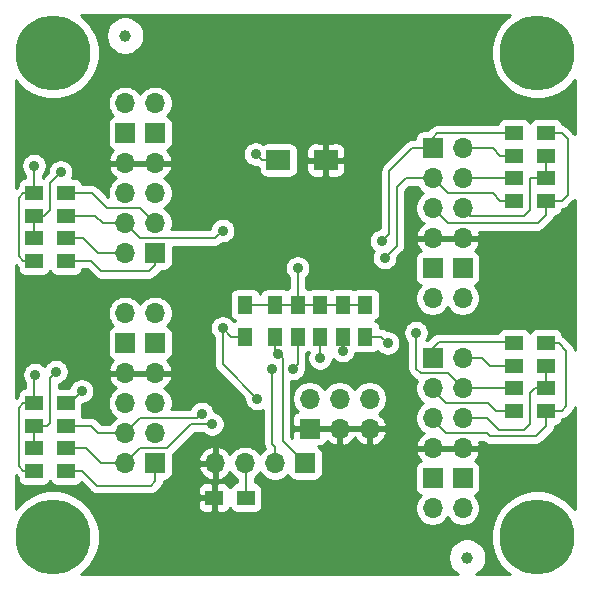
<source format=gbr>
%TF.GenerationSoftware,KiCad,Pcbnew,(5.1.10)-1*%
%TF.CreationDate,2022-04-03T10:24:31-04:00*%
%TF.ProjectId,I2C-RPT-08,4932432d-5250-4542-9d30-382e6b696361,2*%
%TF.SameCoordinates,Original*%
%TF.FileFunction,Copper,L2,Bot*%
%TF.FilePolarity,Positive*%
%FSLAX46Y46*%
G04 Gerber Fmt 4.6, Leading zero omitted, Abs format (unit mm)*
G04 Created by KiCad (PCBNEW (5.1.10)-1) date 2022-04-03 10:24:31*
%MOMM*%
%LPD*%
G01*
G04 APERTURE LIST*
%TA.AperFunction,SMDPad,CuDef*%
%ADD10C,1.000000*%
%TD*%
%TA.AperFunction,SMDPad,CuDef*%
%ADD11R,1.500000X1.300000*%
%TD*%
%TA.AperFunction,SMDPad,CuDef*%
%ADD12R,1.300000X1.500000*%
%TD*%
%TA.AperFunction,ComponentPad*%
%ADD13C,6.350000*%
%TD*%
%TA.AperFunction,SMDPad,CuDef*%
%ADD14R,2.000000X1.700000*%
%TD*%
%TA.AperFunction,ComponentPad*%
%ADD15R,1.700000X1.700000*%
%TD*%
%TA.AperFunction,ComponentPad*%
%ADD16O,1.700000X1.700000*%
%TD*%
%TA.AperFunction,ViaPad*%
%ADD17C,0.889000*%
%TD*%
%TA.AperFunction,Conductor*%
%ADD18C,0.203200*%
%TD*%
%TA.AperFunction,Conductor*%
%ADD19C,0.254000*%
%TD*%
%TA.AperFunction,Conductor*%
%ADD20C,0.150000*%
%TD*%
G04 APERTURE END LIST*
D10*
%TO.P,FID1,1*%
%TO.N,N/C*%
X194056000Y-126746000D03*
%TD*%
%TO.P,FID2,1*%
%TO.N,N/C*%
X165100000Y-82550000D03*
%TD*%
D11*
%TO.P,R12,1*%
%TO.N,/SCL2*%
X198040000Y-90805000D03*
%TO.P,R12,2*%
%TO.N,/VC2*%
X200740000Y-90805000D03*
%TD*%
%TO.P,R15,1*%
%TO.N,/SDA2*%
X198040000Y-96520000D03*
%TO.P,R15,2*%
%TO.N,/VC2*%
X200740000Y-96520000D03*
%TD*%
%TO.P,R13,1*%
%TO.N,/SCL3*%
X198040000Y-92710000D03*
%TO.P,R13,2*%
%TO.N,/VC3*%
X200740000Y-92710000D03*
%TD*%
%TO.P,R6,1*%
%TO.N,/SCL5*%
X160100000Y-99695000D03*
%TO.P,R6,2*%
%TO.N,/VC5*%
X157400000Y-99695000D03*
%TD*%
%TO.P,R4,1*%
%TO.N,/SDA4*%
X160100000Y-95885000D03*
%TO.P,R4,2*%
%TO.N,/VC4*%
X157400000Y-95885000D03*
%TD*%
%TO.P,R16,1*%
%TO.N,/SCL0*%
X198040000Y-108585000D03*
%TO.P,R16,2*%
%TO.N,/VC0*%
X200740000Y-108585000D03*
%TD*%
%TO.P,R19,1*%
%TO.N,/SDA0*%
X198040000Y-114300000D03*
%TO.P,R19,2*%
%TO.N,/VC0*%
X200740000Y-114300000D03*
%TD*%
%TO.P,R11,1*%
%TO.N,/SCL6*%
X160100000Y-119380000D03*
%TO.P,R11,2*%
%TO.N,/VC6*%
X157400000Y-119380000D03*
%TD*%
%TO.P,R14,1*%
%TO.N,/SDA3*%
X198040000Y-94615000D03*
%TO.P,R14,2*%
%TO.N,/VC3*%
X200740000Y-94615000D03*
%TD*%
D12*
%TO.P,R3,1*%
%TO.N,VCC*%
X177800000Y-105330000D03*
%TO.P,R3,2*%
%TO.N,/SCL*%
X177800000Y-108030000D03*
%TD*%
D11*
%TO.P,R18,1*%
%TO.N,/SDA1*%
X198040000Y-112395000D03*
%TO.P,R18,2*%
%TO.N,/VC1*%
X200740000Y-112395000D03*
%TD*%
%TO.P,R5,1*%
%TO.N,/SDA5*%
X160100000Y-97790000D03*
%TO.P,R5,2*%
%TO.N,/VC5*%
X157400000Y-97790000D03*
%TD*%
D13*
%TO.P,MTG1,1*%
%TO.N,N/C*%
X159000000Y-84000000D03*
%TD*%
%TO.P,MTG3,1*%
%TO.N,N/C*%
X200000000Y-84000000D03*
%TD*%
%TO.P,MTG2,1*%
%TO.N,N/C*%
X159000000Y-125000000D03*
%TD*%
%TO.P,MTG4,1*%
%TO.N,N/C*%
X200000000Y-125000000D03*
%TD*%
D11*
%TO.P,R7,1*%
%TO.N,/SCL4*%
X160100000Y-101600000D03*
%TO.P,R7,2*%
%TO.N,/VC4*%
X157400000Y-101600000D03*
%TD*%
D12*
%TO.P,R2,1*%
%TO.N,VCC*%
X179705000Y-105330000D03*
%TO.P,R2,2*%
%TO.N,/SDA*%
X179705000Y-108030000D03*
%TD*%
D11*
%TO.P,R17,1*%
%TO.N,/SCL1*%
X198040000Y-110490000D03*
%TO.P,R17,2*%
%TO.N,/VC1*%
X200740000Y-110490000D03*
%TD*%
%TO.P,C1,1*%
%TO.N,VCC*%
X175340000Y-121666000D03*
%TO.P,C1,2*%
%TO.N,GND*%
X172640000Y-121666000D03*
%TD*%
D14*
%TO.P,C2,1*%
%TO.N,VCC*%
X178086000Y-93091000D03*
%TO.P,C2,2*%
%TO.N,GND*%
X182086000Y-93091000D03*
%TD*%
D11*
%TO.P,R8,1*%
%TO.N,/SDA6*%
X160100000Y-113665000D03*
%TO.P,R8,2*%
%TO.N,/VC6*%
X157400000Y-113665000D03*
%TD*%
%TO.P,R10,1*%
%TO.N,/SCL7*%
X160100000Y-117475000D03*
%TO.P,R10,2*%
%TO.N,/VC7*%
X157400000Y-117475000D03*
%TD*%
%TO.P,R9,1*%
%TO.N,/SDA7*%
X160100000Y-115570000D03*
%TO.P,R9,2*%
%TO.N,/VC7*%
X157400000Y-115570000D03*
%TD*%
D12*
%TO.P,R1,1*%
%TO.N,VCC*%
X181610000Y-105330000D03*
%TO.P,R1,2*%
%TO.N,Net-(R1-Pad2)*%
X181610000Y-108030000D03*
%TD*%
D15*
%TO.P,J1,1*%
%TO.N,/SCL*%
X180340000Y-118745000D03*
D16*
%TO.P,J1,2*%
%TO.N,/SDA*%
X177800000Y-118745000D03*
%TO.P,J1,3*%
%TO.N,VCC*%
X175260000Y-118745000D03*
%TO.P,J1,4*%
%TO.N,GND*%
X172720000Y-118745000D03*
%TD*%
D15*
%TO.P,J2,1*%
%TO.N,/SCL0*%
X191135000Y-109855000D03*
D16*
%TO.P,J2,2*%
%TO.N,/SCL1*%
X193675000Y-109855000D03*
%TO.P,J2,3*%
%TO.N,/SDA0*%
X191135000Y-112395000D03*
%TO.P,J2,4*%
%TO.N,/SDA1*%
X193675000Y-112395000D03*
%TO.P,J2,5*%
%TO.N,/VC0*%
X191135000Y-114935000D03*
%TO.P,J2,6*%
%TO.N,/VC1*%
X193675000Y-114935000D03*
%TO.P,J2,7*%
%TO.N,GND*%
X191135000Y-117475000D03*
%TO.P,J2,8*%
X193675000Y-117475000D03*
%TD*%
D15*
%TO.P,J3,1*%
%TO.N,/SCL2*%
X191135000Y-92075000D03*
D16*
%TO.P,J3,2*%
%TO.N,/SCL3*%
X193675000Y-92075000D03*
%TO.P,J3,3*%
%TO.N,/SDA2*%
X191135000Y-94615000D03*
%TO.P,J3,4*%
%TO.N,/SDA3*%
X193675000Y-94615000D03*
%TO.P,J3,5*%
%TO.N,/VC2*%
X191135000Y-97155000D03*
%TO.P,J3,6*%
%TO.N,/VC3*%
X193675000Y-97155000D03*
%TO.P,J3,7*%
%TO.N,GND*%
X191135000Y-99695000D03*
%TO.P,J3,8*%
X193675000Y-99695000D03*
%TD*%
D15*
%TO.P,J4,1*%
%TO.N,/SCL4*%
X167640000Y-100965000D03*
D16*
%TO.P,J4,2*%
%TO.N,/SCL5*%
X165100000Y-100965000D03*
%TO.P,J4,3*%
%TO.N,/SDA4*%
X167640000Y-98425000D03*
%TO.P,J4,4*%
%TO.N,/SDA5*%
X165100000Y-98425000D03*
%TO.P,J4,5*%
%TO.N,/VC4*%
X167640000Y-95885000D03*
%TO.P,J4,6*%
%TO.N,/VC5*%
X165100000Y-95885000D03*
%TO.P,J4,7*%
%TO.N,GND*%
X167640000Y-93345000D03*
%TO.P,J4,8*%
X165100000Y-93345000D03*
%TD*%
D15*
%TO.P,J5,1*%
%TO.N,/SCL6*%
X167640000Y-118745000D03*
D16*
%TO.P,J5,2*%
%TO.N,/SCL7*%
X165100000Y-118745000D03*
%TO.P,J5,3*%
%TO.N,/SDA6*%
X167640000Y-116205000D03*
%TO.P,J5,4*%
%TO.N,/SDA7*%
X165100000Y-116205000D03*
%TO.P,J5,5*%
%TO.N,/VC6*%
X167640000Y-113665000D03*
%TO.P,J5,6*%
%TO.N,/VC7*%
X165100000Y-113665000D03*
%TO.P,J5,7*%
%TO.N,GND*%
X167640000Y-111125000D03*
%TO.P,J5,8*%
X165100000Y-111125000D03*
%TD*%
D15*
%TO.P,H1,1*%
%TO.N,/VC0*%
X191135000Y-120015000D03*
D16*
%TO.P,H1,2*%
%TO.N,VCC*%
X191135000Y-122555000D03*
%TD*%
D15*
%TO.P,H2,1*%
%TO.N,/VC1*%
X193675000Y-120015000D03*
D16*
%TO.P,H2,2*%
%TO.N,VCC*%
X193675000Y-122555000D03*
%TD*%
D15*
%TO.P,H3,1*%
%TO.N,/VC2*%
X191135000Y-102235000D03*
D16*
%TO.P,H3,2*%
%TO.N,VCC*%
X191135000Y-104775000D03*
%TD*%
D15*
%TO.P,H4,1*%
%TO.N,/VC3*%
X193675000Y-102235000D03*
D16*
%TO.P,H4,2*%
%TO.N,VCC*%
X193675000Y-104775000D03*
%TD*%
D15*
%TO.P,H5,1*%
%TO.N,/VC4*%
X167640000Y-90805000D03*
D16*
%TO.P,H5,2*%
%TO.N,VCC*%
X167640000Y-88265000D03*
%TD*%
D15*
%TO.P,H6,1*%
%TO.N,/VC5*%
X165100000Y-90805000D03*
D16*
%TO.P,H6,2*%
%TO.N,VCC*%
X165100000Y-88265000D03*
%TD*%
D15*
%TO.P,H7,1*%
%TO.N,/VC6*%
X167640000Y-108585000D03*
D16*
%TO.P,H7,2*%
%TO.N,VCC*%
X167640000Y-106045000D03*
%TD*%
D15*
%TO.P,H8,1*%
%TO.N,/VC7*%
X165100000Y-108585000D03*
D16*
%TO.P,H8,2*%
%TO.N,VCC*%
X165100000Y-106045000D03*
%TD*%
D12*
%TO.P,R20,1*%
%TO.N,VCC*%
X185420000Y-105330000D03*
%TO.P,R20,2*%
%TO.N,/A0*%
X185420000Y-108030000D03*
%TD*%
%TO.P,R21,1*%
%TO.N,VCC*%
X183515000Y-105330000D03*
%TO.P,R21,2*%
%TO.N,/A1*%
X183515000Y-108030000D03*
%TD*%
%TO.P,R22,1*%
%TO.N,VCC*%
X175260000Y-105330000D03*
%TO.P,R22,2*%
%TO.N,/A2*%
X175260000Y-108030000D03*
%TD*%
D15*
%TO.P,H9,1*%
%TO.N,GND*%
X180721000Y-115824000D03*
D16*
%TO.P,H9,2*%
%TO.N,/A2*%
X180721000Y-113284000D03*
%TO.P,H9,3*%
%TO.N,GND*%
X183261000Y-115824000D03*
%TO.P,H9,4*%
%TO.N,/A1*%
X183261000Y-113284000D03*
%TO.P,H9,5*%
%TO.N,GND*%
X185801000Y-115824000D03*
%TO.P,H9,6*%
%TO.N,/A0*%
X185801000Y-113284000D03*
%TD*%
D17*
%TO.N,GND*%
X185293000Y-95504000D03*
%TO.N,/SDA1*%
X189738000Y-107696000D03*
%TO.N,/SDA2*%
X187071000Y-101346000D03*
%TO.N,/SCL2*%
X186817000Y-99949000D03*
%TO.N,VCC*%
X179705000Y-102235000D03*
X176149000Y-92583000D03*
%TO.N,/SCL*%
X178054000Y-109474000D03*
%TO.N,/SDA*%
X179324000Y-110744000D03*
X177546000Y-110744000D03*
%TO.N,/SDA5*%
X173355000Y-99060000D03*
%TO.N,/SCL7*%
X172466000Y-115443000D03*
%TO.N,/SDA6*%
X161417000Y-112649000D03*
%TO.N,/SDA7*%
X171577000Y-114554000D03*
%TO.N,/VC4*%
X157400000Y-93552000D03*
%TO.N,/VC5*%
X159639000Y-94107000D03*
%TO.N,/VC6*%
X157480000Y-111252000D03*
%TO.N,/VC7*%
X159258000Y-110998000D03*
%TO.N,Net-(R1-Pad2)*%
X181610000Y-109855000D03*
%TO.N,/A2*%
X173355000Y-107315000D03*
X176276000Y-113284000D03*
%TO.N,/A1*%
X183515000Y-109220000D03*
%TO.N,/A0*%
X187325000Y-108585000D03*
%TD*%
D18*
%TO.N,/SDA0*%
X196469000Y-114300000D02*
X198040000Y-114300000D01*
X195834000Y-113665000D02*
X196469000Y-114300000D01*
X192278000Y-113665000D02*
X195834000Y-113665000D01*
X191135000Y-112522000D02*
X192278000Y-113665000D01*
X191135000Y-112395000D02*
X191135000Y-112522000D01*
%TO.N,/SCL0*%
X197913000Y-108458000D02*
X198040000Y-108585000D01*
X191643000Y-108458000D02*
X197913000Y-108458000D01*
X191643000Y-108458000D02*
X191135000Y-108966000D01*
X191135000Y-108966000D02*
X191135000Y-109855000D01*
%TO.N,/SDA1*%
X198040000Y-112395000D02*
X193675000Y-112395000D01*
X190119000Y-111125000D02*
X192405000Y-111125000D01*
X192405000Y-111125000D02*
X190119000Y-111125000D01*
X193675000Y-112395000D02*
X192405000Y-111125000D01*
X189738000Y-110744000D02*
X190119000Y-111125000D01*
X189738000Y-107696000D02*
X189738000Y-110744000D01*
%TO.N,/SCL1*%
X195326000Y-109855000D02*
X195961000Y-110490000D01*
X195961000Y-110490000D02*
X198040000Y-110490000D01*
X193675000Y-109855000D02*
X195326000Y-109855000D01*
%TO.N,/SDA2*%
X187071000Y-101346000D02*
X188087000Y-100330000D01*
X188087000Y-100330000D02*
X188087000Y-95377000D01*
X188087000Y-95377000D02*
X188849000Y-94615000D01*
X188849000Y-94615000D02*
X191135000Y-94615000D01*
X196850000Y-96520000D02*
X196215000Y-95885000D01*
X196215000Y-95885000D02*
X192405000Y-95885000D01*
X192405000Y-95885000D02*
X191135000Y-94615000D01*
X198040000Y-96520000D02*
X196850000Y-96520000D01*
%TO.N,/SCL2*%
X186817000Y-99949000D02*
X187452000Y-99314000D01*
X187452000Y-99314000D02*
X187452000Y-93980000D01*
X187452000Y-93980000D02*
X189357000Y-92075000D01*
X189357000Y-92075000D02*
X191135000Y-92075000D01*
X191516000Y-90805000D02*
X191135000Y-91186000D01*
X191135000Y-91186000D02*
X191135000Y-92075000D01*
X198040000Y-90805000D02*
X191516000Y-90805000D01*
%TO.N,/SDA3*%
X198040000Y-94615000D02*
X193675000Y-94615000D01*
%TO.N,/SCL3*%
X196850000Y-92710000D02*
X196215000Y-92075000D01*
X196215000Y-92075000D02*
X193675000Y-92075000D01*
X198040000Y-92710000D02*
X196850000Y-92710000D01*
%TO.N,VCC*%
X179705000Y-105330000D02*
X181610000Y-105330000D01*
X177800000Y-105330000D02*
X179705000Y-105330000D01*
X179705000Y-105330000D02*
X179705000Y-102235000D01*
X176657000Y-93091000D02*
X176149000Y-92583000D01*
X178086000Y-93091000D02*
X176657000Y-93091000D01*
X175340000Y-118825000D02*
X175260000Y-118745000D01*
X175340000Y-121666000D02*
X175340000Y-118825000D01*
X177800000Y-105330000D02*
X175260000Y-105330000D01*
X183515000Y-105330000D02*
X181610000Y-105330000D01*
X183515000Y-105330000D02*
X185420000Y-105330000D01*
%TO.N,/SCL*%
X177800000Y-109220000D02*
X177800000Y-108030000D01*
X178054000Y-109474000D02*
X177800000Y-109220000D01*
X178435000Y-116840000D02*
X178435000Y-109855000D01*
X178435000Y-109855000D02*
X178054000Y-109474000D01*
X180340000Y-118745000D02*
X178435000Y-116840000D01*
%TO.N,/SDA*%
X179705000Y-108030000D02*
X179705000Y-110363000D01*
X179705000Y-110363000D02*
X179324000Y-110744000D01*
X177800000Y-117348000D02*
X177546000Y-117094000D01*
X177546000Y-117094000D02*
X177546000Y-110744000D01*
X177800000Y-118745000D02*
X177800000Y-117348000D01*
%TO.N,/SCL4*%
X160100000Y-101600000D02*
X162179000Y-101600000D01*
X167640000Y-101981000D02*
X167640000Y-100965000D01*
X167132000Y-102489000D02*
X167640000Y-101981000D01*
X163068000Y-102489000D02*
X167132000Y-102489000D01*
X162179000Y-101600000D02*
X163068000Y-102489000D01*
%TO.N,/SCL5*%
X161544000Y-99695000D02*
X162814000Y-100965000D01*
X162814000Y-100965000D02*
X165100000Y-100965000D01*
X160100000Y-99695000D02*
X161544000Y-99695000D01*
%TO.N,/SDA4*%
X167640000Y-97790000D02*
X167640000Y-98425000D01*
X162306000Y-95885000D02*
X163576000Y-97155000D01*
X163576000Y-97155000D02*
X166370000Y-97155000D01*
X166370000Y-97155000D02*
X167640000Y-98425000D01*
X160100000Y-95885000D02*
X162306000Y-95885000D01*
%TO.N,/SDA5*%
X162560000Y-97790000D02*
X163195000Y-98425000D01*
X163195000Y-98425000D02*
X165100000Y-98425000D01*
X160100000Y-97790000D02*
X162560000Y-97790000D01*
X173355000Y-99060000D02*
X172720000Y-99695000D01*
X172720000Y-99695000D02*
X166370000Y-99695000D01*
X166370000Y-99695000D02*
X165100000Y-98425000D01*
%TO.N,/SCL6*%
X161417000Y-119380000D02*
X162687000Y-120650000D01*
X162687000Y-120650000D02*
X167259000Y-120650000D01*
X167259000Y-120650000D02*
X167640000Y-120269000D01*
X167640000Y-120269000D02*
X167640000Y-118745000D01*
X160100000Y-119380000D02*
X161417000Y-119380000D01*
%TO.N,/SCL7*%
X172466000Y-115443000D02*
X170688000Y-115443000D01*
X170688000Y-115443000D02*
X168656000Y-117475000D01*
X166370000Y-117475000D02*
X168656000Y-117475000D01*
X166370000Y-117475000D02*
X165100000Y-118745000D01*
X161798000Y-117475000D02*
X163068000Y-118745000D01*
X163068000Y-118745000D02*
X165100000Y-118745000D01*
X160100000Y-117475000D02*
X161798000Y-117475000D01*
%TO.N,/SDA6*%
X160401000Y-113665000D02*
X160100000Y-113665000D01*
X161417000Y-112649000D02*
X160401000Y-113665000D01*
%TO.N,/SDA7*%
X171577000Y-114554000D02*
X171196000Y-114935000D01*
X171196000Y-114935000D02*
X166370000Y-114935000D01*
X166370000Y-114935000D02*
X165100000Y-116205000D01*
X162179000Y-115570000D02*
X162814000Y-116205000D01*
X162814000Y-116205000D02*
X165100000Y-116205000D01*
X160100000Y-115570000D02*
X162179000Y-115570000D01*
%TO.N,/VC0*%
X201803000Y-108585000D02*
X202438000Y-109220000D01*
X202438000Y-109220000D02*
X202438000Y-113919000D01*
X202438000Y-113919000D02*
X202057000Y-114300000D01*
X202057000Y-114300000D02*
X200740000Y-114300000D01*
X200740000Y-108585000D02*
X201803000Y-108585000D01*
X192278000Y-116205000D02*
X195707000Y-116205000D01*
X195707000Y-116205000D02*
X195961000Y-116459000D01*
X195961000Y-116459000D02*
X199898000Y-116459000D01*
X199898000Y-116459000D02*
X200740000Y-115617000D01*
X200740000Y-115617000D02*
X200740000Y-114300000D01*
X191135000Y-115062000D02*
X192278000Y-116205000D01*
X191135000Y-114935000D02*
X191135000Y-115062000D01*
%TO.N,/VC1*%
X200740000Y-112395000D02*
X200740000Y-110490000D01*
X195707000Y-114935000D02*
X196723000Y-115951000D01*
X196723000Y-115951000D02*
X198882000Y-115951000D01*
X198882000Y-115951000D02*
X199390000Y-115443000D01*
X199390000Y-115443000D02*
X199390000Y-112776000D01*
X199390000Y-112776000D02*
X199771000Y-112395000D01*
X199771000Y-112395000D02*
X200740000Y-112395000D01*
X193675000Y-114935000D02*
X195707000Y-114935000D01*
%TO.N,/VC2*%
X202057000Y-96520000D02*
X202565000Y-96012000D01*
X202565000Y-96012000D02*
X202565000Y-91313000D01*
X202565000Y-91313000D02*
X202057000Y-90805000D01*
X202057000Y-90805000D02*
X200740000Y-90805000D01*
X200740000Y-96520000D02*
X202057000Y-96520000D01*
X200740000Y-97710000D02*
X200025000Y-98425000D01*
X200025000Y-98425000D02*
X192405000Y-98425000D01*
X192405000Y-98425000D02*
X191135000Y-97155000D01*
X200740000Y-96520000D02*
X200740000Y-97710000D01*
%TO.N,/VC3*%
X200740000Y-94615000D02*
X200740000Y-92710000D01*
X199390000Y-94615000D02*
X199390000Y-97282000D01*
X198882000Y-97790000D02*
X194310000Y-97790000D01*
X194310000Y-97790000D02*
X193675000Y-97155000D01*
X200740000Y-94615000D02*
X199390000Y-94615000D01*
X199390000Y-97282000D02*
X198882000Y-97790000D01*
%TO.N,/VC4*%
X157400000Y-95885000D02*
X157400000Y-93552000D01*
X157400000Y-95885000D02*
X156464000Y-95885000D01*
X156464000Y-95885000D02*
X156083000Y-96266000D01*
X157400000Y-101600000D02*
X156464000Y-101600000D01*
X156083000Y-101219000D02*
X156083000Y-96266000D01*
X156464000Y-101600000D02*
X156083000Y-101219000D01*
%TO.N,/VC5*%
X158750000Y-96901000D02*
X158750000Y-94996000D01*
X158750000Y-94996000D02*
X159639000Y-94107000D01*
X157400000Y-97790000D02*
X158242000Y-97790000D01*
X158242000Y-97790000D02*
X158750000Y-97282000D01*
X157400000Y-97790000D02*
X157400000Y-99695000D01*
X158750000Y-97282000D02*
X158750000Y-96901000D01*
%TO.N,/VC6*%
X157400000Y-113665000D02*
X157400000Y-111332000D01*
X157400000Y-111332000D02*
X157480000Y-111252000D01*
X157400000Y-113665000D02*
X156464000Y-113665000D01*
X156464000Y-113665000D02*
X156083000Y-114046000D01*
X157400000Y-119380000D02*
X156464000Y-119380000D01*
X156464000Y-119380000D02*
X156083000Y-118999000D01*
X156083000Y-118999000D02*
X156083000Y-114046000D01*
%TO.N,/VC7*%
X157400000Y-117475000D02*
X157400000Y-115570000D01*
X158496000Y-115570000D02*
X158750000Y-115316000D01*
X158750000Y-115316000D02*
X158750000Y-111506000D01*
X158750000Y-111506000D02*
X159258000Y-110998000D01*
X157400000Y-115570000D02*
X158496000Y-115570000D01*
%TO.N,Net-(R1-Pad2)*%
X181610000Y-108030000D02*
X181610000Y-109855000D01*
%TO.N,/A2*%
X173355000Y-107315000D02*
X174070000Y-108030000D01*
X174070000Y-108030000D02*
X175260000Y-108030000D01*
X176276000Y-113284000D02*
X173355000Y-110363000D01*
X173355000Y-110363000D02*
X173355000Y-107315000D01*
%TO.N,/A1*%
X183595000Y-107950000D02*
X183515000Y-108030000D01*
X183515000Y-109220000D02*
X183515000Y-108030000D01*
%TO.N,/A0*%
X186770000Y-108030000D02*
X187325000Y-108585000D01*
X185420000Y-108030000D02*
X186770000Y-108030000D01*
%TD*%
D19*
%TO.N,GND*%
X197490309Y-80941933D02*
X196941933Y-81490309D01*
X196511076Y-82135131D01*
X196214297Y-82851620D01*
X196063000Y-83612239D01*
X196063000Y-84387761D01*
X196214297Y-85148380D01*
X196511076Y-85864869D01*
X196941933Y-86509691D01*
X197490309Y-87058067D01*
X198135131Y-87488924D01*
X198851620Y-87785703D01*
X199612239Y-87937000D01*
X200387761Y-87937000D01*
X201148380Y-87785703D01*
X201864869Y-87488924D01*
X202509691Y-87058067D01*
X203058067Y-86509691D01*
X203174501Y-86335436D01*
X203174501Y-90894570D01*
X203088375Y-90789625D01*
X203060263Y-90766554D01*
X202603446Y-90309737D01*
X202580375Y-90281625D01*
X202468213Y-90189576D01*
X202340249Y-90121178D01*
X202201399Y-90079058D01*
X202119801Y-90071021D01*
X202115812Y-90030518D01*
X202079502Y-89910820D01*
X202020537Y-89800506D01*
X201941185Y-89703815D01*
X201844494Y-89624463D01*
X201734180Y-89565498D01*
X201614482Y-89529188D01*
X201490000Y-89516928D01*
X199990000Y-89516928D01*
X199865518Y-89529188D01*
X199745820Y-89565498D01*
X199635506Y-89624463D01*
X199538815Y-89703815D01*
X199459463Y-89800506D01*
X199400498Y-89910820D01*
X199390000Y-89945427D01*
X199379502Y-89910820D01*
X199320537Y-89800506D01*
X199241185Y-89703815D01*
X199144494Y-89624463D01*
X199034180Y-89565498D01*
X198914482Y-89529188D01*
X198790000Y-89516928D01*
X197290000Y-89516928D01*
X197165518Y-89529188D01*
X197045820Y-89565498D01*
X196935506Y-89624463D01*
X196838815Y-89703815D01*
X196759463Y-89800506D01*
X196700498Y-89910820D01*
X196664188Y-90030518D01*
X196660457Y-90068400D01*
X191552175Y-90068400D01*
X191515999Y-90064837D01*
X191479823Y-90068400D01*
X191479814Y-90068400D01*
X191371601Y-90079058D01*
X191232751Y-90121178D01*
X191104787Y-90189576D01*
X190992625Y-90281625D01*
X190969550Y-90309742D01*
X190692363Y-90586928D01*
X190285000Y-90586928D01*
X190160518Y-90599188D01*
X190040820Y-90635498D01*
X189930506Y-90694463D01*
X189833815Y-90773815D01*
X189754463Y-90870506D01*
X189695498Y-90980820D01*
X189659188Y-91100518D01*
X189646928Y-91225000D01*
X189646928Y-91338400D01*
X189393186Y-91338400D01*
X189357000Y-91334836D01*
X189320814Y-91338400D01*
X189212601Y-91349058D01*
X189073751Y-91391178D01*
X189016222Y-91421928D01*
X188945787Y-91459576D01*
X188932479Y-91470498D01*
X188833625Y-91551625D01*
X188810559Y-91579731D01*
X186956732Y-93433559D01*
X186928626Y-93456625D01*
X186905560Y-93484731D01*
X186905558Y-93484733D01*
X186836576Y-93568788D01*
X186768178Y-93696753D01*
X186744496Y-93774822D01*
X186727406Y-93831163D01*
X186726059Y-93835602D01*
X186711836Y-93980000D01*
X186715401Y-94016193D01*
X186715400Y-98869500D01*
X186710679Y-98869500D01*
X186502122Y-98910985D01*
X186305665Y-98992360D01*
X186128859Y-99110498D01*
X185978498Y-99260859D01*
X185860360Y-99437665D01*
X185778985Y-99634122D01*
X185737500Y-99842679D01*
X185737500Y-100055321D01*
X185778985Y-100263878D01*
X185860360Y-100460335D01*
X185978498Y-100637141D01*
X186128859Y-100787502D01*
X186140622Y-100795362D01*
X186114360Y-100834665D01*
X186032985Y-101031122D01*
X185991500Y-101239679D01*
X185991500Y-101452321D01*
X186032985Y-101660878D01*
X186114360Y-101857335D01*
X186232498Y-102034141D01*
X186382859Y-102184502D01*
X186559665Y-102302640D01*
X186756122Y-102384015D01*
X186964679Y-102425500D01*
X187177321Y-102425500D01*
X187385878Y-102384015D01*
X187582335Y-102302640D01*
X187759141Y-102184502D01*
X187909502Y-102034141D01*
X188027640Y-101857335D01*
X188109015Y-101660878D01*
X188150500Y-101452321D01*
X188150500Y-101385000D01*
X189646928Y-101385000D01*
X189646928Y-103085000D01*
X189659188Y-103209482D01*
X189695498Y-103329180D01*
X189754463Y-103439494D01*
X189833815Y-103536185D01*
X189930506Y-103615537D01*
X190040820Y-103674502D01*
X190113380Y-103696513D01*
X189981525Y-103828368D01*
X189819010Y-104071589D01*
X189707068Y-104341842D01*
X189650000Y-104628740D01*
X189650000Y-104921260D01*
X189707068Y-105208158D01*
X189819010Y-105478411D01*
X189981525Y-105721632D01*
X190188368Y-105928475D01*
X190431589Y-106090990D01*
X190701842Y-106202932D01*
X190988740Y-106260000D01*
X191281260Y-106260000D01*
X191568158Y-106202932D01*
X191838411Y-106090990D01*
X192081632Y-105928475D01*
X192288475Y-105721632D01*
X192405000Y-105547240D01*
X192521525Y-105721632D01*
X192728368Y-105928475D01*
X192971589Y-106090990D01*
X193241842Y-106202932D01*
X193528740Y-106260000D01*
X193821260Y-106260000D01*
X194108158Y-106202932D01*
X194378411Y-106090990D01*
X194621632Y-105928475D01*
X194828475Y-105721632D01*
X194990990Y-105478411D01*
X195102932Y-105208158D01*
X195160000Y-104921260D01*
X195160000Y-104628740D01*
X195102932Y-104341842D01*
X194990990Y-104071589D01*
X194828475Y-103828368D01*
X194696620Y-103696513D01*
X194769180Y-103674502D01*
X194879494Y-103615537D01*
X194976185Y-103536185D01*
X195055537Y-103439494D01*
X195114502Y-103329180D01*
X195150812Y-103209482D01*
X195163072Y-103085000D01*
X195163072Y-101385000D01*
X195150812Y-101260518D01*
X195114502Y-101140820D01*
X195055537Y-101030506D01*
X194976185Y-100933815D01*
X194879494Y-100854463D01*
X194769180Y-100795498D01*
X194688534Y-100771034D01*
X194772588Y-100695269D01*
X194946641Y-100461920D01*
X195071825Y-100199099D01*
X195116476Y-100051890D01*
X194995155Y-99822000D01*
X193802000Y-99822000D01*
X193802000Y-99842000D01*
X193548000Y-99842000D01*
X193548000Y-99822000D01*
X191262000Y-99822000D01*
X191262000Y-99842000D01*
X191008000Y-99842000D01*
X191008000Y-99822000D01*
X189814845Y-99822000D01*
X189693524Y-100051890D01*
X189738175Y-100199099D01*
X189863359Y-100461920D01*
X190037412Y-100695269D01*
X190121466Y-100771034D01*
X190040820Y-100795498D01*
X189930506Y-100854463D01*
X189833815Y-100933815D01*
X189754463Y-101030506D01*
X189695498Y-101140820D01*
X189659188Y-101260518D01*
X189646928Y-101385000D01*
X188150500Y-101385000D01*
X188150500Y-101308210D01*
X188582273Y-100876437D01*
X188610374Y-100853375D01*
X188633437Y-100825273D01*
X188633442Y-100825268D01*
X188702424Y-100741213D01*
X188726791Y-100695626D01*
X188770822Y-100613249D01*
X188812942Y-100474399D01*
X188823600Y-100366186D01*
X188823600Y-100366184D01*
X188827164Y-100330000D01*
X188823600Y-100293817D01*
X188823600Y-95682109D01*
X189154110Y-95351600D01*
X189841186Y-95351600D01*
X189981525Y-95561632D01*
X190188368Y-95768475D01*
X190362760Y-95885000D01*
X190188368Y-96001525D01*
X189981525Y-96208368D01*
X189819010Y-96451589D01*
X189707068Y-96721842D01*
X189650000Y-97008740D01*
X189650000Y-97301260D01*
X189707068Y-97588158D01*
X189819010Y-97858411D01*
X189981525Y-98101632D01*
X190188368Y-98308475D01*
X190370534Y-98430195D01*
X190253645Y-98499822D01*
X190037412Y-98694731D01*
X189863359Y-98928080D01*
X189738175Y-99190901D01*
X189693524Y-99338110D01*
X189814845Y-99568000D01*
X191008000Y-99568000D01*
X191008000Y-99548000D01*
X191262000Y-99548000D01*
X191262000Y-99568000D01*
X193548000Y-99568000D01*
X193548000Y-99548000D01*
X193802000Y-99548000D01*
X193802000Y-99568000D01*
X194995155Y-99568000D01*
X195116476Y-99338110D01*
X195071825Y-99190901D01*
X195057869Y-99161600D01*
X199988817Y-99161600D01*
X200025000Y-99165164D01*
X200061183Y-99161600D01*
X200061186Y-99161600D01*
X200169399Y-99150942D01*
X200308249Y-99108822D01*
X200436213Y-99040424D01*
X200548375Y-98948375D01*
X200571445Y-98920264D01*
X201235269Y-98256441D01*
X201263375Y-98233375D01*
X201289771Y-98201212D01*
X201355424Y-98121213D01*
X201381062Y-98073247D01*
X201423822Y-97993249D01*
X201465942Y-97854399D01*
X201470505Y-97808072D01*
X201490000Y-97808072D01*
X201614482Y-97795812D01*
X201734180Y-97759502D01*
X201844494Y-97700537D01*
X201941185Y-97621185D01*
X202020537Y-97524494D01*
X202079502Y-97414180D01*
X202115812Y-97294482D01*
X202119801Y-97253979D01*
X202201399Y-97245942D01*
X202340249Y-97203822D01*
X202468213Y-97135424D01*
X202580375Y-97043375D01*
X202603446Y-97015263D01*
X203060268Y-96558441D01*
X203088374Y-96535375D01*
X203174501Y-96430430D01*
X203174500Y-109182803D01*
X203163942Y-109075601D01*
X203139859Y-108996212D01*
X203121822Y-108936751D01*
X203053424Y-108808787D01*
X203038152Y-108790178D01*
X202984442Y-108724732D01*
X202984437Y-108724727D01*
X202961374Y-108696625D01*
X202933273Y-108673563D01*
X202349445Y-108089736D01*
X202326375Y-108061625D01*
X202214213Y-107969576D01*
X202126880Y-107922896D01*
X202115812Y-107810518D01*
X202079502Y-107690820D01*
X202020537Y-107580506D01*
X201941185Y-107483815D01*
X201844494Y-107404463D01*
X201734180Y-107345498D01*
X201614482Y-107309188D01*
X201490000Y-107296928D01*
X199990000Y-107296928D01*
X199865518Y-107309188D01*
X199745820Y-107345498D01*
X199635506Y-107404463D01*
X199538815Y-107483815D01*
X199459463Y-107580506D01*
X199400498Y-107690820D01*
X199390000Y-107725427D01*
X199379502Y-107690820D01*
X199320537Y-107580506D01*
X199241185Y-107483815D01*
X199144494Y-107404463D01*
X199034180Y-107345498D01*
X198914482Y-107309188D01*
X198790000Y-107296928D01*
X197290000Y-107296928D01*
X197165518Y-107309188D01*
X197045820Y-107345498D01*
X196935506Y-107404463D01*
X196838815Y-107483815D01*
X196759463Y-107580506D01*
X196700498Y-107690820D01*
X196691222Y-107721400D01*
X191679175Y-107721400D01*
X191642999Y-107717837D01*
X191606823Y-107721400D01*
X191606814Y-107721400D01*
X191498601Y-107732058D01*
X191359751Y-107774178D01*
X191231787Y-107842576D01*
X191119625Y-107934625D01*
X191096554Y-107962737D01*
X190692363Y-108366928D01*
X190588003Y-108366928D01*
X190694640Y-108207335D01*
X190776015Y-108010878D01*
X190817500Y-107802321D01*
X190817500Y-107589679D01*
X190776015Y-107381122D01*
X190694640Y-107184665D01*
X190576502Y-107007859D01*
X190426141Y-106857498D01*
X190249335Y-106739360D01*
X190052878Y-106657985D01*
X189844321Y-106616500D01*
X189631679Y-106616500D01*
X189423122Y-106657985D01*
X189226665Y-106739360D01*
X189049859Y-106857498D01*
X188899498Y-107007859D01*
X188781360Y-107184665D01*
X188699985Y-107381122D01*
X188658500Y-107589679D01*
X188658500Y-107802321D01*
X188699985Y-108010878D01*
X188781360Y-108207335D01*
X188899498Y-108384141D01*
X189001400Y-108486043D01*
X189001401Y-110707807D01*
X188997836Y-110744000D01*
X189008632Y-110853602D01*
X189012059Y-110888399D01*
X189015946Y-110901213D01*
X189054178Y-111027247D01*
X189122576Y-111155212D01*
X189184088Y-111230164D01*
X189214626Y-111267375D01*
X189242733Y-111290442D01*
X189572550Y-111620258D01*
X189595625Y-111648375D01*
X189707787Y-111740424D01*
X189782288Y-111780245D01*
X189707068Y-111961842D01*
X189650000Y-112248740D01*
X189650000Y-112541260D01*
X189707068Y-112828158D01*
X189819010Y-113098411D01*
X189981525Y-113341632D01*
X190188368Y-113548475D01*
X190362760Y-113665000D01*
X190188368Y-113781525D01*
X189981525Y-113988368D01*
X189819010Y-114231589D01*
X189707068Y-114501842D01*
X189650000Y-114788740D01*
X189650000Y-115081260D01*
X189707068Y-115368158D01*
X189819010Y-115638411D01*
X189981525Y-115881632D01*
X190188368Y-116088475D01*
X190370534Y-116210195D01*
X190253645Y-116279822D01*
X190037412Y-116474731D01*
X189863359Y-116708080D01*
X189738175Y-116970901D01*
X189693524Y-117118110D01*
X189814845Y-117348000D01*
X191008000Y-117348000D01*
X191008000Y-117328000D01*
X191262000Y-117328000D01*
X191262000Y-117348000D01*
X193548000Y-117348000D01*
X193548000Y-117328000D01*
X193802000Y-117328000D01*
X193802000Y-117348000D01*
X194995155Y-117348000D01*
X195116476Y-117118110D01*
X195071825Y-116970901D01*
X195057869Y-116941600D01*
X195401891Y-116941600D01*
X195414554Y-116954263D01*
X195437625Y-116982375D01*
X195549787Y-117074424D01*
X195677751Y-117142822D01*
X195816601Y-117184942D01*
X195924814Y-117195600D01*
X195924823Y-117195600D01*
X195960999Y-117199163D01*
X195997175Y-117195600D01*
X199861817Y-117195600D01*
X199898000Y-117199164D01*
X199934183Y-117195600D01*
X199934186Y-117195600D01*
X200042399Y-117184942D01*
X200181249Y-117142822D01*
X200309213Y-117074424D01*
X200421375Y-116982375D01*
X200444445Y-116954264D01*
X201235273Y-116163437D01*
X201263374Y-116140375D01*
X201286437Y-116112273D01*
X201286442Y-116112268D01*
X201355424Y-116028213D01*
X201388477Y-115966375D01*
X201423822Y-115900249D01*
X201465942Y-115761399D01*
X201476600Y-115653186D01*
X201476600Y-115653185D01*
X201480164Y-115617000D01*
X201477315Y-115588072D01*
X201490000Y-115588072D01*
X201614482Y-115575812D01*
X201734180Y-115539502D01*
X201844494Y-115480537D01*
X201941185Y-115401185D01*
X202020537Y-115304494D01*
X202079502Y-115194180D01*
X202115812Y-115074482D01*
X202119801Y-115033979D01*
X202201399Y-115025942D01*
X202340249Y-114983822D01*
X202468213Y-114915424D01*
X202580375Y-114823375D01*
X202603446Y-114795263D01*
X202933258Y-114465450D01*
X202961375Y-114442375D01*
X203053424Y-114330213D01*
X203121822Y-114202249D01*
X203163942Y-114063399D01*
X203174500Y-113956199D01*
X203174500Y-122664563D01*
X203058067Y-122490309D01*
X202509691Y-121941933D01*
X201864869Y-121511076D01*
X201148380Y-121214297D01*
X200387761Y-121063000D01*
X199612239Y-121063000D01*
X198851620Y-121214297D01*
X198135131Y-121511076D01*
X197490309Y-121941933D01*
X196941933Y-122490309D01*
X196511076Y-123135131D01*
X196214297Y-123851620D01*
X196063000Y-124612239D01*
X196063000Y-125387761D01*
X196214297Y-126148380D01*
X196511076Y-126864869D01*
X196941933Y-127509691D01*
X197490309Y-128058067D01*
X197664563Y-128174500D01*
X194846620Y-128174500D01*
X195093152Y-128009773D01*
X195319773Y-127783152D01*
X195497828Y-127516673D01*
X195620475Y-127220578D01*
X195683000Y-126906245D01*
X195683000Y-126585755D01*
X195620475Y-126271422D01*
X195497828Y-125975327D01*
X195319773Y-125708848D01*
X195093152Y-125482227D01*
X194826673Y-125304172D01*
X194530578Y-125181525D01*
X194216245Y-125119000D01*
X193895755Y-125119000D01*
X193581422Y-125181525D01*
X193285327Y-125304172D01*
X193018848Y-125482227D01*
X192792227Y-125708848D01*
X192614172Y-125975327D01*
X192491525Y-126271422D01*
X192429000Y-126585755D01*
X192429000Y-126906245D01*
X192491525Y-127220578D01*
X192614172Y-127516673D01*
X192792227Y-127783152D01*
X193018848Y-128009773D01*
X193265380Y-128174500D01*
X161335437Y-128174500D01*
X161509691Y-128058067D01*
X162058067Y-127509691D01*
X162488924Y-126864869D01*
X162785703Y-126148380D01*
X162937000Y-125387761D01*
X162937000Y-124612239D01*
X162785703Y-123851620D01*
X162488924Y-123135131D01*
X162058067Y-122490309D01*
X161883758Y-122316000D01*
X171251928Y-122316000D01*
X171264188Y-122440482D01*
X171300498Y-122560180D01*
X171359463Y-122670494D01*
X171438815Y-122767185D01*
X171535506Y-122846537D01*
X171645820Y-122905502D01*
X171765518Y-122941812D01*
X171890000Y-122954072D01*
X172354250Y-122951000D01*
X172513000Y-122792250D01*
X172513000Y-121793000D01*
X171413750Y-121793000D01*
X171255000Y-121951750D01*
X171251928Y-122316000D01*
X161883758Y-122316000D01*
X161509691Y-121941933D01*
X160864869Y-121511076D01*
X160148380Y-121214297D01*
X159387761Y-121063000D01*
X158612239Y-121063000D01*
X157851620Y-121214297D01*
X157135131Y-121511076D01*
X156490309Y-121941933D01*
X155941933Y-122490309D01*
X155825500Y-122664563D01*
X155825500Y-119783208D01*
X155917550Y-119875258D01*
X155940625Y-119903375D01*
X156011928Y-119961892D01*
X156011928Y-120030000D01*
X156024188Y-120154482D01*
X156060498Y-120274180D01*
X156119463Y-120384494D01*
X156198815Y-120481185D01*
X156295506Y-120560537D01*
X156405820Y-120619502D01*
X156525518Y-120655812D01*
X156650000Y-120668072D01*
X158150000Y-120668072D01*
X158274482Y-120655812D01*
X158394180Y-120619502D01*
X158504494Y-120560537D01*
X158601185Y-120481185D01*
X158680537Y-120384494D01*
X158739502Y-120274180D01*
X158750000Y-120239573D01*
X158760498Y-120274180D01*
X158819463Y-120384494D01*
X158898815Y-120481185D01*
X158995506Y-120560537D01*
X159105820Y-120619502D01*
X159225518Y-120655812D01*
X159350000Y-120668072D01*
X160850000Y-120668072D01*
X160974482Y-120655812D01*
X161094180Y-120619502D01*
X161204494Y-120560537D01*
X161301185Y-120481185D01*
X161380198Y-120384907D01*
X162140559Y-121145269D01*
X162163625Y-121173375D01*
X162191731Y-121196441D01*
X162191732Y-121196442D01*
X162219821Y-121219494D01*
X162275787Y-121265424D01*
X162403751Y-121333822D01*
X162542601Y-121375942D01*
X162650814Y-121386600D01*
X162650823Y-121386600D01*
X162686999Y-121390163D01*
X162723175Y-121386600D01*
X167222817Y-121386600D01*
X167259000Y-121390164D01*
X167295183Y-121386600D01*
X167295186Y-121386600D01*
X167403399Y-121375942D01*
X167542249Y-121333822D01*
X167670213Y-121265424D01*
X167782375Y-121173375D01*
X167805446Y-121145263D01*
X167934708Y-121016000D01*
X171251928Y-121016000D01*
X171255000Y-121380250D01*
X171413750Y-121539000D01*
X172513000Y-121539000D01*
X172513000Y-120539750D01*
X172354250Y-120381000D01*
X171890000Y-120377928D01*
X171765518Y-120390188D01*
X171645820Y-120426498D01*
X171535506Y-120485463D01*
X171438815Y-120564815D01*
X171359463Y-120661506D01*
X171300498Y-120771820D01*
X171264188Y-120891518D01*
X171251928Y-121016000D01*
X167934708Y-121016000D01*
X168135263Y-120815445D01*
X168163374Y-120792375D01*
X168255424Y-120680213D01*
X168323822Y-120552249D01*
X168365942Y-120413399D01*
X168376600Y-120305186D01*
X168376600Y-120305177D01*
X168380163Y-120269001D01*
X168376624Y-120233072D01*
X168490000Y-120233072D01*
X168614482Y-120220812D01*
X168734180Y-120184502D01*
X168844494Y-120125537D01*
X168941185Y-120046185D01*
X169020537Y-119949494D01*
X169079502Y-119839180D01*
X169115812Y-119719482D01*
X169128072Y-119595000D01*
X169128072Y-119101891D01*
X171278519Y-119101891D01*
X171375843Y-119376252D01*
X171524822Y-119626355D01*
X171719731Y-119842588D01*
X171953080Y-120016641D01*
X172215901Y-120141825D01*
X172363110Y-120186476D01*
X172593000Y-120065155D01*
X172593000Y-118872000D01*
X171399186Y-118872000D01*
X171278519Y-119101891D01*
X169128072Y-119101891D01*
X169128072Y-118388109D01*
X171278519Y-118388109D01*
X171399186Y-118618000D01*
X172593000Y-118618000D01*
X172593000Y-117424845D01*
X172363110Y-117303524D01*
X172215901Y-117348175D01*
X171953080Y-117473359D01*
X171719731Y-117647412D01*
X171524822Y-117863645D01*
X171375843Y-118113748D01*
X171278519Y-118388109D01*
X169128072Y-118388109D01*
X169128072Y-118040478D01*
X169179375Y-117998375D01*
X169202445Y-117970264D01*
X170993110Y-116179600D01*
X171675957Y-116179600D01*
X171777859Y-116281502D01*
X171954665Y-116399640D01*
X172151122Y-116481015D01*
X172359679Y-116522500D01*
X172572321Y-116522500D01*
X172780878Y-116481015D01*
X172977335Y-116399640D01*
X173154141Y-116281502D01*
X173304502Y-116131141D01*
X173422640Y-115954335D01*
X173504015Y-115757878D01*
X173545500Y-115549321D01*
X173545500Y-115336679D01*
X173504015Y-115128122D01*
X173422640Y-114931665D01*
X173304502Y-114754859D01*
X173154141Y-114604498D01*
X172977335Y-114486360D01*
X172780878Y-114404985D01*
X172642534Y-114377466D01*
X172615015Y-114239122D01*
X172533640Y-114042665D01*
X172415502Y-113865859D01*
X172265141Y-113715498D01*
X172088335Y-113597360D01*
X171891878Y-113515985D01*
X171683321Y-113474500D01*
X171470679Y-113474500D01*
X171262122Y-113515985D01*
X171065665Y-113597360D01*
X170888859Y-113715498D01*
X170738498Y-113865859D01*
X170620360Y-114042665D01*
X170555853Y-114198400D01*
X169026411Y-114198400D01*
X169067932Y-114098158D01*
X169125000Y-113811260D01*
X169125000Y-113518740D01*
X169067932Y-113231842D01*
X168955990Y-112961589D01*
X168793475Y-112718368D01*
X168586632Y-112511525D01*
X168404466Y-112389805D01*
X168521355Y-112320178D01*
X168737588Y-112125269D01*
X168911641Y-111891920D01*
X169036825Y-111629099D01*
X169081476Y-111481890D01*
X168960155Y-111252000D01*
X167767000Y-111252000D01*
X167767000Y-111272000D01*
X167513000Y-111272000D01*
X167513000Y-111252000D01*
X165227000Y-111252000D01*
X165227000Y-111272000D01*
X164973000Y-111272000D01*
X164973000Y-111252000D01*
X163779845Y-111252000D01*
X163658524Y-111481890D01*
X163703175Y-111629099D01*
X163828359Y-111891920D01*
X164002412Y-112125269D01*
X164218645Y-112320178D01*
X164335534Y-112389805D01*
X164153368Y-112511525D01*
X163946525Y-112718368D01*
X163784010Y-112961589D01*
X163672068Y-113231842D01*
X163615000Y-113518740D01*
X163615000Y-113811260D01*
X163672068Y-114098158D01*
X163784010Y-114368411D01*
X163946525Y-114611632D01*
X164153368Y-114818475D01*
X164327760Y-114935000D01*
X164153368Y-115051525D01*
X163946525Y-115258368D01*
X163806186Y-115468400D01*
X163119110Y-115468400D01*
X162725445Y-115074736D01*
X162702375Y-115046625D01*
X162590213Y-114954576D01*
X162462249Y-114886178D01*
X162323399Y-114844058D01*
X162215186Y-114833400D01*
X162215183Y-114833400D01*
X162179000Y-114829836D01*
X162142817Y-114833400D01*
X161479543Y-114833400D01*
X161475812Y-114795518D01*
X161439502Y-114675820D01*
X161408329Y-114617500D01*
X161439502Y-114559180D01*
X161475812Y-114439482D01*
X161488072Y-114315000D01*
X161488072Y-113728500D01*
X161523321Y-113728500D01*
X161731878Y-113687015D01*
X161928335Y-113605640D01*
X162105141Y-113487502D01*
X162255502Y-113337141D01*
X162373640Y-113160335D01*
X162455015Y-112963878D01*
X162496500Y-112755321D01*
X162496500Y-112542679D01*
X162455015Y-112334122D01*
X162373640Y-112137665D01*
X162255502Y-111960859D01*
X162105141Y-111810498D01*
X161928335Y-111692360D01*
X161731878Y-111610985D01*
X161523321Y-111569500D01*
X161310679Y-111569500D01*
X161102122Y-111610985D01*
X160905665Y-111692360D01*
X160728859Y-111810498D01*
X160578498Y-111960859D01*
X160460360Y-112137665D01*
X160378985Y-112334122D01*
X160370470Y-112376928D01*
X159486600Y-112376928D01*
X159486600Y-112053177D01*
X159572878Y-112036015D01*
X159769335Y-111954640D01*
X159946141Y-111836502D01*
X160096502Y-111686141D01*
X160214640Y-111509335D01*
X160296015Y-111312878D01*
X160337500Y-111104321D01*
X160337500Y-110891679D01*
X160296015Y-110683122D01*
X160214640Y-110486665D01*
X160096502Y-110309859D01*
X159946141Y-110159498D01*
X159769335Y-110041360D01*
X159572878Y-109959985D01*
X159364321Y-109918500D01*
X159151679Y-109918500D01*
X158943122Y-109959985D01*
X158746665Y-110041360D01*
X158569859Y-110159498D01*
X158419498Y-110309859D01*
X158301360Y-110486665D01*
X158283771Y-110529128D01*
X158168141Y-110413498D01*
X157991335Y-110295360D01*
X157794878Y-110213985D01*
X157586321Y-110172500D01*
X157373679Y-110172500D01*
X157165122Y-110213985D01*
X156968665Y-110295360D01*
X156791859Y-110413498D01*
X156641498Y-110563859D01*
X156523360Y-110740665D01*
X156441985Y-110937122D01*
X156400500Y-111145679D01*
X156400500Y-111358321D01*
X156441985Y-111566878D01*
X156523360Y-111763335D01*
X156641498Y-111940141D01*
X156663401Y-111962044D01*
X156663401Y-112376928D01*
X156650000Y-112376928D01*
X156525518Y-112389188D01*
X156405820Y-112425498D01*
X156295506Y-112484463D01*
X156198815Y-112563815D01*
X156119463Y-112660506D01*
X156060498Y-112770820D01*
X156024188Y-112890518D01*
X156011928Y-113015000D01*
X156011928Y-113083108D01*
X155940625Y-113141625D01*
X155917550Y-113169742D01*
X155825500Y-113261792D01*
X155825500Y-107735000D01*
X163611928Y-107735000D01*
X163611928Y-109435000D01*
X163624188Y-109559482D01*
X163660498Y-109679180D01*
X163719463Y-109789494D01*
X163798815Y-109886185D01*
X163895506Y-109965537D01*
X164005820Y-110024502D01*
X164086466Y-110048966D01*
X164002412Y-110124731D01*
X163828359Y-110358080D01*
X163703175Y-110620901D01*
X163658524Y-110768110D01*
X163779845Y-110998000D01*
X164973000Y-110998000D01*
X164973000Y-110978000D01*
X165227000Y-110978000D01*
X165227000Y-110998000D01*
X167513000Y-110998000D01*
X167513000Y-110978000D01*
X167767000Y-110978000D01*
X167767000Y-110998000D01*
X168960155Y-110998000D01*
X169081476Y-110768110D01*
X169036825Y-110620901D01*
X168911641Y-110358080D01*
X168737588Y-110124731D01*
X168653534Y-110048966D01*
X168734180Y-110024502D01*
X168844494Y-109965537D01*
X168941185Y-109886185D01*
X169020537Y-109789494D01*
X169079502Y-109679180D01*
X169115812Y-109559482D01*
X169128072Y-109435000D01*
X169128072Y-107735000D01*
X169115812Y-107610518D01*
X169079502Y-107490820D01*
X169020537Y-107380506D01*
X168941185Y-107283815D01*
X168849632Y-107208679D01*
X172275500Y-107208679D01*
X172275500Y-107421321D01*
X172316985Y-107629878D01*
X172398360Y-107826335D01*
X172516498Y-108003141D01*
X172618401Y-108105044D01*
X172618400Y-110326817D01*
X172614836Y-110363000D01*
X172618400Y-110399183D01*
X172618400Y-110399185D01*
X172629058Y-110507398D01*
X172671178Y-110646248D01*
X172735099Y-110765836D01*
X172739576Y-110774212D01*
X172794214Y-110840788D01*
X172831625Y-110886374D01*
X172859732Y-110909441D01*
X175196500Y-113246210D01*
X175196500Y-113390321D01*
X175237985Y-113598878D01*
X175319360Y-113795335D01*
X175437498Y-113972141D01*
X175587859Y-114122502D01*
X175764665Y-114240640D01*
X175961122Y-114322015D01*
X176169679Y-114363500D01*
X176382321Y-114363500D01*
X176590878Y-114322015D01*
X176787335Y-114240640D01*
X176809400Y-114225896D01*
X176809400Y-117057817D01*
X176805836Y-117094000D01*
X176809400Y-117130183D01*
X176809400Y-117130185D01*
X176820058Y-117238398D01*
X176862178Y-117377248D01*
X176914428Y-117475001D01*
X176930576Y-117505212D01*
X176948981Y-117527639D01*
X176853368Y-117591525D01*
X176646525Y-117798368D01*
X176530000Y-117972760D01*
X176413475Y-117798368D01*
X176206632Y-117591525D01*
X175963411Y-117429010D01*
X175693158Y-117317068D01*
X175406260Y-117260000D01*
X175113740Y-117260000D01*
X174826842Y-117317068D01*
X174556589Y-117429010D01*
X174313368Y-117591525D01*
X174106525Y-117798368D01*
X173984805Y-117980534D01*
X173915178Y-117863645D01*
X173720269Y-117647412D01*
X173486920Y-117473359D01*
X173224099Y-117348175D01*
X173076890Y-117303524D01*
X172847000Y-117424845D01*
X172847000Y-118618000D01*
X172867000Y-118618000D01*
X172867000Y-118872000D01*
X172847000Y-118872000D01*
X172847000Y-120065155D01*
X173076890Y-120186476D01*
X173224099Y-120141825D01*
X173486920Y-120016641D01*
X173720269Y-119842588D01*
X173915178Y-119626355D01*
X173984805Y-119509466D01*
X174106525Y-119691632D01*
X174313368Y-119898475D01*
X174556589Y-120060990D01*
X174603401Y-120080380D01*
X174603400Y-120377928D01*
X174590000Y-120377928D01*
X174465518Y-120390188D01*
X174345820Y-120426498D01*
X174235506Y-120485463D01*
X174138815Y-120564815D01*
X174059463Y-120661506D01*
X174000498Y-120771820D01*
X173990000Y-120806427D01*
X173979502Y-120771820D01*
X173920537Y-120661506D01*
X173841185Y-120564815D01*
X173744494Y-120485463D01*
X173634180Y-120426498D01*
X173514482Y-120390188D01*
X173390000Y-120377928D01*
X172925750Y-120381000D01*
X172767000Y-120539750D01*
X172767000Y-121539000D01*
X172787000Y-121539000D01*
X172787000Y-121793000D01*
X172767000Y-121793000D01*
X172767000Y-122792250D01*
X172925750Y-122951000D01*
X173390000Y-122954072D01*
X173514482Y-122941812D01*
X173634180Y-122905502D01*
X173744494Y-122846537D01*
X173841185Y-122767185D01*
X173920537Y-122670494D01*
X173979502Y-122560180D01*
X173990000Y-122525573D01*
X174000498Y-122560180D01*
X174059463Y-122670494D01*
X174138815Y-122767185D01*
X174235506Y-122846537D01*
X174345820Y-122905502D01*
X174465518Y-122941812D01*
X174590000Y-122954072D01*
X176090000Y-122954072D01*
X176214482Y-122941812D01*
X176334180Y-122905502D01*
X176444494Y-122846537D01*
X176541185Y-122767185D01*
X176620537Y-122670494D01*
X176679502Y-122560180D01*
X176715812Y-122440482D01*
X176728072Y-122316000D01*
X176728072Y-121016000D01*
X176715812Y-120891518D01*
X176679502Y-120771820D01*
X176620537Y-120661506D01*
X176541185Y-120564815D01*
X176444494Y-120485463D01*
X176334180Y-120426498D01*
X176214482Y-120390188D01*
X176090000Y-120377928D01*
X176076600Y-120377928D01*
X176076600Y-119985360D01*
X176206632Y-119898475D01*
X176413475Y-119691632D01*
X176530000Y-119517240D01*
X176646525Y-119691632D01*
X176853368Y-119898475D01*
X177096589Y-120060990D01*
X177366842Y-120172932D01*
X177653740Y-120230000D01*
X177946260Y-120230000D01*
X178233158Y-120172932D01*
X178503411Y-120060990D01*
X178746632Y-119898475D01*
X178878487Y-119766620D01*
X178900498Y-119839180D01*
X178959463Y-119949494D01*
X179038815Y-120046185D01*
X179135506Y-120125537D01*
X179245820Y-120184502D01*
X179365518Y-120220812D01*
X179490000Y-120233072D01*
X181190000Y-120233072D01*
X181314482Y-120220812D01*
X181434180Y-120184502D01*
X181544494Y-120125537D01*
X181641185Y-120046185D01*
X181720537Y-119949494D01*
X181779502Y-119839180D01*
X181815812Y-119719482D01*
X181828072Y-119595000D01*
X181828072Y-119165000D01*
X189646928Y-119165000D01*
X189646928Y-120865000D01*
X189659188Y-120989482D01*
X189695498Y-121109180D01*
X189754463Y-121219494D01*
X189833815Y-121316185D01*
X189930506Y-121395537D01*
X190040820Y-121454502D01*
X190113380Y-121476513D01*
X189981525Y-121608368D01*
X189819010Y-121851589D01*
X189707068Y-122121842D01*
X189650000Y-122408740D01*
X189650000Y-122701260D01*
X189707068Y-122988158D01*
X189819010Y-123258411D01*
X189981525Y-123501632D01*
X190188368Y-123708475D01*
X190431589Y-123870990D01*
X190701842Y-123982932D01*
X190988740Y-124040000D01*
X191281260Y-124040000D01*
X191568158Y-123982932D01*
X191838411Y-123870990D01*
X192081632Y-123708475D01*
X192288475Y-123501632D01*
X192405000Y-123327240D01*
X192521525Y-123501632D01*
X192728368Y-123708475D01*
X192971589Y-123870990D01*
X193241842Y-123982932D01*
X193528740Y-124040000D01*
X193821260Y-124040000D01*
X194108158Y-123982932D01*
X194378411Y-123870990D01*
X194621632Y-123708475D01*
X194828475Y-123501632D01*
X194990990Y-123258411D01*
X195102932Y-122988158D01*
X195160000Y-122701260D01*
X195160000Y-122408740D01*
X195102932Y-122121842D01*
X194990990Y-121851589D01*
X194828475Y-121608368D01*
X194696620Y-121476513D01*
X194769180Y-121454502D01*
X194879494Y-121395537D01*
X194976185Y-121316185D01*
X195055537Y-121219494D01*
X195114502Y-121109180D01*
X195150812Y-120989482D01*
X195163072Y-120865000D01*
X195163072Y-119165000D01*
X195150812Y-119040518D01*
X195114502Y-118920820D01*
X195055537Y-118810506D01*
X194976185Y-118713815D01*
X194879494Y-118634463D01*
X194769180Y-118575498D01*
X194688534Y-118551034D01*
X194772588Y-118475269D01*
X194946641Y-118241920D01*
X195071825Y-117979099D01*
X195116476Y-117831890D01*
X194995155Y-117602000D01*
X193802000Y-117602000D01*
X193802000Y-117622000D01*
X193548000Y-117622000D01*
X193548000Y-117602000D01*
X191262000Y-117602000D01*
X191262000Y-117622000D01*
X191008000Y-117622000D01*
X191008000Y-117602000D01*
X189814845Y-117602000D01*
X189693524Y-117831890D01*
X189738175Y-117979099D01*
X189863359Y-118241920D01*
X190037412Y-118475269D01*
X190121466Y-118551034D01*
X190040820Y-118575498D01*
X189930506Y-118634463D01*
X189833815Y-118713815D01*
X189754463Y-118810506D01*
X189695498Y-118920820D01*
X189659188Y-119040518D01*
X189646928Y-119165000D01*
X181828072Y-119165000D01*
X181828072Y-117895000D01*
X181815812Y-117770518D01*
X181779502Y-117650820D01*
X181720537Y-117540506D01*
X181641185Y-117443815D01*
X181544494Y-117364463D01*
X181445198Y-117311387D01*
X181571000Y-117312072D01*
X181695482Y-117299812D01*
X181815180Y-117263502D01*
X181925494Y-117204537D01*
X182022185Y-117125185D01*
X182101537Y-117028494D01*
X182160502Y-116918180D01*
X182184966Y-116837534D01*
X182260731Y-116921588D01*
X182494080Y-117095641D01*
X182756901Y-117220825D01*
X182904110Y-117265476D01*
X183134000Y-117144155D01*
X183134000Y-115951000D01*
X183388000Y-115951000D01*
X183388000Y-117144155D01*
X183617890Y-117265476D01*
X183765099Y-117220825D01*
X184027920Y-117095641D01*
X184261269Y-116921588D01*
X184456178Y-116705355D01*
X184531000Y-116579745D01*
X184605822Y-116705355D01*
X184800731Y-116921588D01*
X185034080Y-117095641D01*
X185296901Y-117220825D01*
X185444110Y-117265476D01*
X185674000Y-117144155D01*
X185674000Y-115951000D01*
X185928000Y-115951000D01*
X185928000Y-117144155D01*
X186157890Y-117265476D01*
X186305099Y-117220825D01*
X186567920Y-117095641D01*
X186801269Y-116921588D01*
X186996178Y-116705355D01*
X187145157Y-116455252D01*
X187242481Y-116180891D01*
X187121814Y-115951000D01*
X185928000Y-115951000D01*
X185674000Y-115951000D01*
X183388000Y-115951000D01*
X183134000Y-115951000D01*
X180848000Y-115951000D01*
X180848000Y-115971000D01*
X180594000Y-115971000D01*
X180594000Y-115951000D01*
X179394750Y-115951000D01*
X179236000Y-116109750D01*
X179233349Y-116596640D01*
X179171600Y-116534891D01*
X179171600Y-114974000D01*
X179232928Y-114974000D01*
X179236000Y-115538250D01*
X179394750Y-115697000D01*
X180594000Y-115697000D01*
X180594000Y-115677000D01*
X180848000Y-115677000D01*
X180848000Y-115697000D01*
X183134000Y-115697000D01*
X183134000Y-115677000D01*
X183388000Y-115677000D01*
X183388000Y-115697000D01*
X185674000Y-115697000D01*
X185674000Y-115677000D01*
X185928000Y-115677000D01*
X185928000Y-115697000D01*
X187121814Y-115697000D01*
X187242481Y-115467109D01*
X187145157Y-115192748D01*
X186996178Y-114942645D01*
X186801269Y-114726412D01*
X186571594Y-114555100D01*
X186747632Y-114437475D01*
X186954475Y-114230632D01*
X187116990Y-113987411D01*
X187228932Y-113717158D01*
X187286000Y-113430260D01*
X187286000Y-113137740D01*
X187228932Y-112850842D01*
X187116990Y-112580589D01*
X186954475Y-112337368D01*
X186747632Y-112130525D01*
X186504411Y-111968010D01*
X186234158Y-111856068D01*
X185947260Y-111799000D01*
X185654740Y-111799000D01*
X185367842Y-111856068D01*
X185097589Y-111968010D01*
X184854368Y-112130525D01*
X184647525Y-112337368D01*
X184531000Y-112511760D01*
X184414475Y-112337368D01*
X184207632Y-112130525D01*
X183964411Y-111968010D01*
X183694158Y-111856068D01*
X183407260Y-111799000D01*
X183114740Y-111799000D01*
X182827842Y-111856068D01*
X182557589Y-111968010D01*
X182314368Y-112130525D01*
X182107525Y-112337368D01*
X181991000Y-112511760D01*
X181874475Y-112337368D01*
X181667632Y-112130525D01*
X181424411Y-111968010D01*
X181154158Y-111856068D01*
X180867260Y-111799000D01*
X180574740Y-111799000D01*
X180287842Y-111856068D01*
X180017589Y-111968010D01*
X179774368Y-112130525D01*
X179567525Y-112337368D01*
X179405010Y-112580589D01*
X179293068Y-112850842D01*
X179236000Y-113137740D01*
X179236000Y-113430260D01*
X179293068Y-113717158D01*
X179405010Y-113987411D01*
X179567525Y-114230632D01*
X179699380Y-114362487D01*
X179626820Y-114384498D01*
X179516506Y-114443463D01*
X179419815Y-114522815D01*
X179340463Y-114619506D01*
X179281498Y-114729820D01*
X179245188Y-114849518D01*
X179232928Y-114974000D01*
X179171600Y-114974000D01*
X179171600Y-111814334D01*
X179217679Y-111823500D01*
X179430321Y-111823500D01*
X179638878Y-111782015D01*
X179835335Y-111700640D01*
X180012141Y-111582502D01*
X180162502Y-111432141D01*
X180280640Y-111255335D01*
X180362015Y-111058878D01*
X180403500Y-110850321D01*
X180403500Y-110637679D01*
X180398717Y-110613631D01*
X180430942Y-110507399D01*
X180441600Y-110399186D01*
X180441600Y-110399177D01*
X180445163Y-110363001D01*
X180441600Y-110326825D01*
X180441600Y-109409543D01*
X180479482Y-109405812D01*
X180599180Y-109369502D01*
X180656606Y-109338806D01*
X180653360Y-109343665D01*
X180571985Y-109540122D01*
X180530500Y-109748679D01*
X180530500Y-109961321D01*
X180571985Y-110169878D01*
X180653360Y-110366335D01*
X180771498Y-110543141D01*
X180921859Y-110693502D01*
X181098665Y-110811640D01*
X181295122Y-110893015D01*
X181503679Y-110934500D01*
X181716321Y-110934500D01*
X181924878Y-110893015D01*
X182121335Y-110811640D01*
X182298141Y-110693502D01*
X182448502Y-110543141D01*
X182566640Y-110366335D01*
X182648015Y-110169878D01*
X182689500Y-109961321D01*
X182689500Y-109921143D01*
X182826859Y-110058502D01*
X183003665Y-110176640D01*
X183200122Y-110258015D01*
X183408679Y-110299500D01*
X183621321Y-110299500D01*
X183829878Y-110258015D01*
X184026335Y-110176640D01*
X184203141Y-110058502D01*
X184353502Y-109908141D01*
X184471640Y-109731335D01*
X184553015Y-109534878D01*
X184582491Y-109386693D01*
X184645518Y-109405812D01*
X184770000Y-109418072D01*
X186070000Y-109418072D01*
X186194482Y-109405812D01*
X186314180Y-109369502D01*
X186424494Y-109310537D01*
X186480677Y-109264429D01*
X186486498Y-109273141D01*
X186636859Y-109423502D01*
X186813665Y-109541640D01*
X187010122Y-109623015D01*
X187218679Y-109664500D01*
X187431321Y-109664500D01*
X187639878Y-109623015D01*
X187836335Y-109541640D01*
X188013141Y-109423502D01*
X188163502Y-109273141D01*
X188281640Y-109096335D01*
X188363015Y-108899878D01*
X188404500Y-108691321D01*
X188404500Y-108478679D01*
X188363015Y-108270122D01*
X188281640Y-108073665D01*
X188163502Y-107896859D01*
X188013141Y-107746498D01*
X187836335Y-107628360D01*
X187639878Y-107546985D01*
X187431321Y-107505500D01*
X187292004Y-107505500D01*
X187181213Y-107414576D01*
X187053249Y-107346178D01*
X186914399Y-107304058D01*
X186806186Y-107293400D01*
X186806183Y-107293400D01*
X186770000Y-107289836D01*
X186733817Y-107293400D01*
X186708072Y-107293400D01*
X186708072Y-107280000D01*
X186695812Y-107155518D01*
X186659502Y-107035820D01*
X186600537Y-106925506D01*
X186521185Y-106828815D01*
X186424494Y-106749463D01*
X186314180Y-106690498D01*
X186279573Y-106680000D01*
X186314180Y-106669502D01*
X186424494Y-106610537D01*
X186521185Y-106531185D01*
X186600537Y-106434494D01*
X186659502Y-106324180D01*
X186695812Y-106204482D01*
X186708072Y-106080000D01*
X186708072Y-104580000D01*
X186695812Y-104455518D01*
X186659502Y-104335820D01*
X186600537Y-104225506D01*
X186521185Y-104128815D01*
X186424494Y-104049463D01*
X186314180Y-103990498D01*
X186194482Y-103954188D01*
X186070000Y-103941928D01*
X184770000Y-103941928D01*
X184645518Y-103954188D01*
X184525820Y-103990498D01*
X184467500Y-104021671D01*
X184409180Y-103990498D01*
X184289482Y-103954188D01*
X184165000Y-103941928D01*
X182865000Y-103941928D01*
X182740518Y-103954188D01*
X182620820Y-103990498D01*
X182562500Y-104021671D01*
X182504180Y-103990498D01*
X182384482Y-103954188D01*
X182260000Y-103941928D01*
X180960000Y-103941928D01*
X180835518Y-103954188D01*
X180715820Y-103990498D01*
X180657500Y-104021671D01*
X180599180Y-103990498D01*
X180479482Y-103954188D01*
X180441600Y-103950457D01*
X180441600Y-103025043D01*
X180543502Y-102923141D01*
X180661640Y-102746335D01*
X180743015Y-102549878D01*
X180784500Y-102341321D01*
X180784500Y-102128679D01*
X180743015Y-101920122D01*
X180661640Y-101723665D01*
X180543502Y-101546859D01*
X180393141Y-101396498D01*
X180216335Y-101278360D01*
X180019878Y-101196985D01*
X179811321Y-101155500D01*
X179598679Y-101155500D01*
X179390122Y-101196985D01*
X179193665Y-101278360D01*
X179016859Y-101396498D01*
X178866498Y-101546859D01*
X178748360Y-101723665D01*
X178666985Y-101920122D01*
X178625500Y-102128679D01*
X178625500Y-102341321D01*
X178666985Y-102549878D01*
X178748360Y-102746335D01*
X178866498Y-102923141D01*
X178968401Y-103025044D01*
X178968400Y-103950457D01*
X178930518Y-103954188D01*
X178810820Y-103990498D01*
X178752500Y-104021671D01*
X178694180Y-103990498D01*
X178574482Y-103954188D01*
X178450000Y-103941928D01*
X177150000Y-103941928D01*
X177025518Y-103954188D01*
X176905820Y-103990498D01*
X176795506Y-104049463D01*
X176698815Y-104128815D01*
X176619463Y-104225506D01*
X176560498Y-104335820D01*
X176530000Y-104436358D01*
X176499502Y-104335820D01*
X176440537Y-104225506D01*
X176361185Y-104128815D01*
X176264494Y-104049463D01*
X176154180Y-103990498D01*
X176034482Y-103954188D01*
X175910000Y-103941928D01*
X174610000Y-103941928D01*
X174485518Y-103954188D01*
X174365820Y-103990498D01*
X174255506Y-104049463D01*
X174158815Y-104128815D01*
X174079463Y-104225506D01*
X174020498Y-104335820D01*
X173984188Y-104455518D01*
X173971928Y-104580000D01*
X173971928Y-106080000D01*
X173984188Y-106204482D01*
X174020498Y-106324180D01*
X174079463Y-106434494D01*
X174158815Y-106531185D01*
X174255506Y-106610537D01*
X174365820Y-106669502D01*
X174400427Y-106680000D01*
X174365820Y-106690498D01*
X174270182Y-106741618D01*
X174193502Y-106626859D01*
X174043141Y-106476498D01*
X173866335Y-106358360D01*
X173669878Y-106276985D01*
X173461321Y-106235500D01*
X173248679Y-106235500D01*
X173040122Y-106276985D01*
X172843665Y-106358360D01*
X172666859Y-106476498D01*
X172516498Y-106626859D01*
X172398360Y-106803665D01*
X172316985Y-107000122D01*
X172275500Y-107208679D01*
X168849632Y-107208679D01*
X168844494Y-107204463D01*
X168734180Y-107145498D01*
X168661620Y-107123487D01*
X168793475Y-106991632D01*
X168955990Y-106748411D01*
X169067932Y-106478158D01*
X169125000Y-106191260D01*
X169125000Y-105898740D01*
X169067932Y-105611842D01*
X168955990Y-105341589D01*
X168793475Y-105098368D01*
X168586632Y-104891525D01*
X168343411Y-104729010D01*
X168073158Y-104617068D01*
X167786260Y-104560000D01*
X167493740Y-104560000D01*
X167206842Y-104617068D01*
X166936589Y-104729010D01*
X166693368Y-104891525D01*
X166486525Y-105098368D01*
X166370000Y-105272760D01*
X166253475Y-105098368D01*
X166046632Y-104891525D01*
X165803411Y-104729010D01*
X165533158Y-104617068D01*
X165246260Y-104560000D01*
X164953740Y-104560000D01*
X164666842Y-104617068D01*
X164396589Y-104729010D01*
X164153368Y-104891525D01*
X163946525Y-105098368D01*
X163784010Y-105341589D01*
X163672068Y-105611842D01*
X163615000Y-105898740D01*
X163615000Y-106191260D01*
X163672068Y-106478158D01*
X163784010Y-106748411D01*
X163946525Y-106991632D01*
X164078380Y-107123487D01*
X164005820Y-107145498D01*
X163895506Y-107204463D01*
X163798815Y-107283815D01*
X163719463Y-107380506D01*
X163660498Y-107490820D01*
X163624188Y-107610518D01*
X163611928Y-107735000D01*
X155825500Y-107735000D01*
X155825500Y-102003208D01*
X155917550Y-102095258D01*
X155940625Y-102123375D01*
X156011928Y-102181892D01*
X156011928Y-102250000D01*
X156024188Y-102374482D01*
X156060498Y-102494180D01*
X156119463Y-102604494D01*
X156198815Y-102701185D01*
X156295506Y-102780537D01*
X156405820Y-102839502D01*
X156525518Y-102875812D01*
X156650000Y-102888072D01*
X158150000Y-102888072D01*
X158274482Y-102875812D01*
X158394180Y-102839502D01*
X158504494Y-102780537D01*
X158601185Y-102701185D01*
X158680537Y-102604494D01*
X158739502Y-102494180D01*
X158750000Y-102459573D01*
X158760498Y-102494180D01*
X158819463Y-102604494D01*
X158898815Y-102701185D01*
X158995506Y-102780537D01*
X159105820Y-102839502D01*
X159225518Y-102875812D01*
X159350000Y-102888072D01*
X160850000Y-102888072D01*
X160974482Y-102875812D01*
X161094180Y-102839502D01*
X161204494Y-102780537D01*
X161301185Y-102701185D01*
X161380537Y-102604494D01*
X161439502Y-102494180D01*
X161475812Y-102374482D01*
X161479543Y-102336600D01*
X161873891Y-102336600D01*
X162521559Y-102984269D01*
X162544625Y-103012375D01*
X162656787Y-103104424D01*
X162784751Y-103172822D01*
X162905602Y-103209482D01*
X162923601Y-103214942D01*
X163068000Y-103229164D01*
X163104186Y-103225600D01*
X167095817Y-103225600D01*
X167132000Y-103229164D01*
X167168183Y-103225600D01*
X167168186Y-103225600D01*
X167276399Y-103214942D01*
X167415249Y-103172822D01*
X167543213Y-103104424D01*
X167655375Y-103012375D01*
X167678446Y-102984263D01*
X168135268Y-102527441D01*
X168163374Y-102504375D01*
X168205478Y-102453072D01*
X168490000Y-102453072D01*
X168614482Y-102440812D01*
X168734180Y-102404502D01*
X168844494Y-102345537D01*
X168941185Y-102266185D01*
X169020537Y-102169494D01*
X169079502Y-102059180D01*
X169115812Y-101939482D01*
X169128072Y-101815000D01*
X169128072Y-100431600D01*
X172683817Y-100431600D01*
X172720000Y-100435164D01*
X172756183Y-100431600D01*
X172756186Y-100431600D01*
X172864399Y-100420942D01*
X173003249Y-100378822D01*
X173131213Y-100310424D01*
X173243375Y-100218375D01*
X173266445Y-100190264D01*
X173317209Y-100139500D01*
X173461321Y-100139500D01*
X173669878Y-100098015D01*
X173866335Y-100016640D01*
X174043141Y-99898502D01*
X174193502Y-99748141D01*
X174311640Y-99571335D01*
X174393015Y-99374878D01*
X174434500Y-99166321D01*
X174434500Y-98953679D01*
X174393015Y-98745122D01*
X174311640Y-98548665D01*
X174193502Y-98371859D01*
X174043141Y-98221498D01*
X173866335Y-98103360D01*
X173669878Y-98021985D01*
X173461321Y-97980500D01*
X173248679Y-97980500D01*
X173040122Y-98021985D01*
X172843665Y-98103360D01*
X172666859Y-98221498D01*
X172516498Y-98371859D01*
X172398360Y-98548665D01*
X172316985Y-98745122D01*
X172275500Y-98953679D01*
X172275500Y-98958400D01*
X169026411Y-98958400D01*
X169067932Y-98858158D01*
X169125000Y-98571260D01*
X169125000Y-98278740D01*
X169067932Y-97991842D01*
X168955990Y-97721589D01*
X168793475Y-97478368D01*
X168586632Y-97271525D01*
X168412240Y-97155000D01*
X168586632Y-97038475D01*
X168793475Y-96831632D01*
X168955990Y-96588411D01*
X169067932Y-96318158D01*
X169125000Y-96031260D01*
X169125000Y-95738740D01*
X169067932Y-95451842D01*
X168955990Y-95181589D01*
X168793475Y-94938368D01*
X168586632Y-94731525D01*
X168404466Y-94609805D01*
X168521355Y-94540178D01*
X168737588Y-94345269D01*
X168911641Y-94111920D01*
X169036825Y-93849099D01*
X169081476Y-93701890D01*
X168960155Y-93472000D01*
X167767000Y-93472000D01*
X167767000Y-93492000D01*
X167513000Y-93492000D01*
X167513000Y-93472000D01*
X165227000Y-93472000D01*
X165227000Y-93492000D01*
X164973000Y-93492000D01*
X164973000Y-93472000D01*
X163779845Y-93472000D01*
X163658524Y-93701890D01*
X163703175Y-93849099D01*
X163828359Y-94111920D01*
X164002412Y-94345269D01*
X164218645Y-94540178D01*
X164335534Y-94609805D01*
X164153368Y-94731525D01*
X163946525Y-94938368D01*
X163784010Y-95181589D01*
X163672068Y-95451842D01*
X163615000Y-95738740D01*
X163615000Y-96031260D01*
X163645052Y-96182343D01*
X162852445Y-95389736D01*
X162829375Y-95361625D01*
X162717213Y-95269576D01*
X162589249Y-95201178D01*
X162450399Y-95159058D01*
X162342186Y-95148400D01*
X162342183Y-95148400D01*
X162306000Y-95144836D01*
X162269817Y-95148400D01*
X161479543Y-95148400D01*
X161475812Y-95110518D01*
X161439502Y-94990820D01*
X161380537Y-94880506D01*
X161301185Y-94783815D01*
X161204494Y-94704463D01*
X161094180Y-94645498D01*
X160974482Y-94609188D01*
X160850000Y-94596928D01*
X160604507Y-94596928D01*
X160677015Y-94421878D01*
X160718500Y-94213321D01*
X160718500Y-94000679D01*
X160677015Y-93792122D01*
X160595640Y-93595665D01*
X160477502Y-93418859D01*
X160327141Y-93268498D01*
X160150335Y-93150360D01*
X159953878Y-93068985D01*
X159745321Y-93027500D01*
X159532679Y-93027500D01*
X159324122Y-93068985D01*
X159127665Y-93150360D01*
X158950859Y-93268498D01*
X158800498Y-93418859D01*
X158682360Y-93595665D01*
X158600985Y-93792122D01*
X158559500Y-94000679D01*
X158559500Y-94144791D01*
X158254732Y-94449559D01*
X158226626Y-94472625D01*
X158203560Y-94500731D01*
X158203558Y-94500733D01*
X158136600Y-94582322D01*
X158136600Y-94342043D01*
X158238502Y-94240141D01*
X158356640Y-94063335D01*
X158438015Y-93866878D01*
X158479500Y-93658321D01*
X158479500Y-93445679D01*
X158438015Y-93237122D01*
X158356640Y-93040665D01*
X158238502Y-92863859D01*
X158088141Y-92713498D01*
X157911335Y-92595360D01*
X157714878Y-92513985D01*
X157506321Y-92472500D01*
X157293679Y-92472500D01*
X157085122Y-92513985D01*
X156888665Y-92595360D01*
X156711859Y-92713498D01*
X156561498Y-92863859D01*
X156443360Y-93040665D01*
X156361985Y-93237122D01*
X156320500Y-93445679D01*
X156320500Y-93658321D01*
X156361985Y-93866878D01*
X156443360Y-94063335D01*
X156561498Y-94240141D01*
X156663401Y-94342044D01*
X156663401Y-94596928D01*
X156650000Y-94596928D01*
X156525518Y-94609188D01*
X156405820Y-94645498D01*
X156295506Y-94704463D01*
X156198815Y-94783815D01*
X156119463Y-94880506D01*
X156060498Y-94990820D01*
X156024188Y-95110518D01*
X156011928Y-95235000D01*
X156011928Y-95303108D01*
X155940625Y-95361625D01*
X155917550Y-95389742D01*
X155825500Y-95481792D01*
X155825500Y-89955000D01*
X163611928Y-89955000D01*
X163611928Y-91655000D01*
X163624188Y-91779482D01*
X163660498Y-91899180D01*
X163719463Y-92009494D01*
X163798815Y-92106185D01*
X163895506Y-92185537D01*
X164005820Y-92244502D01*
X164086466Y-92268966D01*
X164002412Y-92344731D01*
X163828359Y-92578080D01*
X163703175Y-92840901D01*
X163658524Y-92988110D01*
X163779845Y-93218000D01*
X164973000Y-93218000D01*
X164973000Y-93198000D01*
X165227000Y-93198000D01*
X165227000Y-93218000D01*
X167513000Y-93218000D01*
X167513000Y-93198000D01*
X167767000Y-93198000D01*
X167767000Y-93218000D01*
X168960155Y-93218000D01*
X169081476Y-92988110D01*
X169036825Y-92840901D01*
X168911641Y-92578080D01*
X168836007Y-92476679D01*
X175069500Y-92476679D01*
X175069500Y-92689321D01*
X175110985Y-92897878D01*
X175192360Y-93094335D01*
X175310498Y-93271141D01*
X175460859Y-93421502D01*
X175637665Y-93539640D01*
X175834122Y-93621015D01*
X176042679Y-93662500D01*
X176192265Y-93662500D01*
X176245787Y-93706424D01*
X176373751Y-93774822D01*
X176447928Y-93797324D01*
X176447928Y-93941000D01*
X176460188Y-94065482D01*
X176496498Y-94185180D01*
X176555463Y-94295494D01*
X176634815Y-94392185D01*
X176731506Y-94471537D01*
X176841820Y-94530502D01*
X176961518Y-94566812D01*
X177086000Y-94579072D01*
X179086000Y-94579072D01*
X179210482Y-94566812D01*
X179330180Y-94530502D01*
X179440494Y-94471537D01*
X179537185Y-94392185D01*
X179616537Y-94295494D01*
X179675502Y-94185180D01*
X179711812Y-94065482D01*
X179724072Y-93941000D01*
X180447928Y-93941000D01*
X180460188Y-94065482D01*
X180496498Y-94185180D01*
X180555463Y-94295494D01*
X180634815Y-94392185D01*
X180731506Y-94471537D01*
X180841820Y-94530502D01*
X180961518Y-94566812D01*
X181086000Y-94579072D01*
X181800250Y-94576000D01*
X181959000Y-94417250D01*
X181959000Y-93218000D01*
X182213000Y-93218000D01*
X182213000Y-94417250D01*
X182371750Y-94576000D01*
X183086000Y-94579072D01*
X183210482Y-94566812D01*
X183330180Y-94530502D01*
X183440494Y-94471537D01*
X183537185Y-94392185D01*
X183616537Y-94295494D01*
X183675502Y-94185180D01*
X183711812Y-94065482D01*
X183724072Y-93941000D01*
X183721000Y-93376750D01*
X183562250Y-93218000D01*
X182213000Y-93218000D01*
X181959000Y-93218000D01*
X180609750Y-93218000D01*
X180451000Y-93376750D01*
X180447928Y-93941000D01*
X179724072Y-93941000D01*
X179724072Y-92241000D01*
X180447928Y-92241000D01*
X180451000Y-92805250D01*
X180609750Y-92964000D01*
X181959000Y-92964000D01*
X181959000Y-91764750D01*
X182213000Y-91764750D01*
X182213000Y-92964000D01*
X183562250Y-92964000D01*
X183721000Y-92805250D01*
X183724072Y-92241000D01*
X183711812Y-92116518D01*
X183675502Y-91996820D01*
X183616537Y-91886506D01*
X183537185Y-91789815D01*
X183440494Y-91710463D01*
X183330180Y-91651498D01*
X183210482Y-91615188D01*
X183086000Y-91602928D01*
X182371750Y-91606000D01*
X182213000Y-91764750D01*
X181959000Y-91764750D01*
X181800250Y-91606000D01*
X181086000Y-91602928D01*
X180961518Y-91615188D01*
X180841820Y-91651498D01*
X180731506Y-91710463D01*
X180634815Y-91789815D01*
X180555463Y-91886506D01*
X180496498Y-91996820D01*
X180460188Y-92116518D01*
X180447928Y-92241000D01*
X179724072Y-92241000D01*
X179711812Y-92116518D01*
X179675502Y-91996820D01*
X179616537Y-91886506D01*
X179537185Y-91789815D01*
X179440494Y-91710463D01*
X179330180Y-91651498D01*
X179210482Y-91615188D01*
X179086000Y-91602928D01*
X177086000Y-91602928D01*
X176961518Y-91615188D01*
X176841820Y-91651498D01*
X176761894Y-91694220D01*
X176660335Y-91626360D01*
X176463878Y-91544985D01*
X176255321Y-91503500D01*
X176042679Y-91503500D01*
X175834122Y-91544985D01*
X175637665Y-91626360D01*
X175460859Y-91744498D01*
X175310498Y-91894859D01*
X175192360Y-92071665D01*
X175110985Y-92268122D01*
X175069500Y-92476679D01*
X168836007Y-92476679D01*
X168737588Y-92344731D01*
X168653534Y-92268966D01*
X168734180Y-92244502D01*
X168844494Y-92185537D01*
X168941185Y-92106185D01*
X169020537Y-92009494D01*
X169079502Y-91899180D01*
X169115812Y-91779482D01*
X169128072Y-91655000D01*
X169128072Y-89955000D01*
X169115812Y-89830518D01*
X169079502Y-89710820D01*
X169020537Y-89600506D01*
X168941185Y-89503815D01*
X168844494Y-89424463D01*
X168734180Y-89365498D01*
X168661620Y-89343487D01*
X168793475Y-89211632D01*
X168955990Y-88968411D01*
X169067932Y-88698158D01*
X169125000Y-88411260D01*
X169125000Y-88118740D01*
X169067932Y-87831842D01*
X168955990Y-87561589D01*
X168793475Y-87318368D01*
X168586632Y-87111525D01*
X168343411Y-86949010D01*
X168073158Y-86837068D01*
X167786260Y-86780000D01*
X167493740Y-86780000D01*
X167206842Y-86837068D01*
X166936589Y-86949010D01*
X166693368Y-87111525D01*
X166486525Y-87318368D01*
X166370000Y-87492760D01*
X166253475Y-87318368D01*
X166046632Y-87111525D01*
X165803411Y-86949010D01*
X165533158Y-86837068D01*
X165246260Y-86780000D01*
X164953740Y-86780000D01*
X164666842Y-86837068D01*
X164396589Y-86949010D01*
X164153368Y-87111525D01*
X163946525Y-87318368D01*
X163784010Y-87561589D01*
X163672068Y-87831842D01*
X163615000Y-88118740D01*
X163615000Y-88411260D01*
X163672068Y-88698158D01*
X163784010Y-88968411D01*
X163946525Y-89211632D01*
X164078380Y-89343487D01*
X164005820Y-89365498D01*
X163895506Y-89424463D01*
X163798815Y-89503815D01*
X163719463Y-89600506D01*
X163660498Y-89710820D01*
X163624188Y-89830518D01*
X163611928Y-89955000D01*
X155825500Y-89955000D01*
X155825500Y-86335437D01*
X155941933Y-86509691D01*
X156490309Y-87058067D01*
X157135131Y-87488924D01*
X157851620Y-87785703D01*
X158612239Y-87937000D01*
X159387761Y-87937000D01*
X160148380Y-87785703D01*
X160864869Y-87488924D01*
X161509691Y-87058067D01*
X162058067Y-86509691D01*
X162488924Y-85864869D01*
X162785703Y-85148380D01*
X162937000Y-84387761D01*
X162937000Y-83612239D01*
X162785703Y-82851620D01*
X162594393Y-82389755D01*
X163473000Y-82389755D01*
X163473000Y-82710245D01*
X163535525Y-83024578D01*
X163658172Y-83320673D01*
X163836227Y-83587152D01*
X164062848Y-83813773D01*
X164329327Y-83991828D01*
X164625422Y-84114475D01*
X164939755Y-84177000D01*
X165260245Y-84177000D01*
X165574578Y-84114475D01*
X165870673Y-83991828D01*
X166137152Y-83813773D01*
X166363773Y-83587152D01*
X166541828Y-83320673D01*
X166664475Y-83024578D01*
X166727000Y-82710245D01*
X166727000Y-82389755D01*
X166664475Y-82075422D01*
X166541828Y-81779327D01*
X166363773Y-81512848D01*
X166137152Y-81286227D01*
X165870673Y-81108172D01*
X165574578Y-80985525D01*
X165260245Y-80923000D01*
X164939755Y-80923000D01*
X164625422Y-80985525D01*
X164329327Y-81108172D01*
X164062848Y-81286227D01*
X163836227Y-81512848D01*
X163658172Y-81779327D01*
X163535525Y-82075422D01*
X163473000Y-82389755D01*
X162594393Y-82389755D01*
X162488924Y-82135131D01*
X162058067Y-81490309D01*
X161509691Y-80941933D01*
X161335437Y-80825500D01*
X197664563Y-80825500D01*
X197490309Y-80941933D01*
%TA.AperFunction,Conductor*%
D20*
G36*
X197490309Y-80941933D02*
G01*
X196941933Y-81490309D01*
X196511076Y-82135131D01*
X196214297Y-82851620D01*
X196063000Y-83612239D01*
X196063000Y-84387761D01*
X196214297Y-85148380D01*
X196511076Y-85864869D01*
X196941933Y-86509691D01*
X197490309Y-87058067D01*
X198135131Y-87488924D01*
X198851620Y-87785703D01*
X199612239Y-87937000D01*
X200387761Y-87937000D01*
X201148380Y-87785703D01*
X201864869Y-87488924D01*
X202509691Y-87058067D01*
X203058067Y-86509691D01*
X203174501Y-86335436D01*
X203174501Y-90894570D01*
X203088375Y-90789625D01*
X203060263Y-90766554D01*
X202603446Y-90309737D01*
X202580375Y-90281625D01*
X202468213Y-90189576D01*
X202340249Y-90121178D01*
X202201399Y-90079058D01*
X202119801Y-90071021D01*
X202115812Y-90030518D01*
X202079502Y-89910820D01*
X202020537Y-89800506D01*
X201941185Y-89703815D01*
X201844494Y-89624463D01*
X201734180Y-89565498D01*
X201614482Y-89529188D01*
X201490000Y-89516928D01*
X199990000Y-89516928D01*
X199865518Y-89529188D01*
X199745820Y-89565498D01*
X199635506Y-89624463D01*
X199538815Y-89703815D01*
X199459463Y-89800506D01*
X199400498Y-89910820D01*
X199390000Y-89945427D01*
X199379502Y-89910820D01*
X199320537Y-89800506D01*
X199241185Y-89703815D01*
X199144494Y-89624463D01*
X199034180Y-89565498D01*
X198914482Y-89529188D01*
X198790000Y-89516928D01*
X197290000Y-89516928D01*
X197165518Y-89529188D01*
X197045820Y-89565498D01*
X196935506Y-89624463D01*
X196838815Y-89703815D01*
X196759463Y-89800506D01*
X196700498Y-89910820D01*
X196664188Y-90030518D01*
X196660457Y-90068400D01*
X191552175Y-90068400D01*
X191515999Y-90064837D01*
X191479823Y-90068400D01*
X191479814Y-90068400D01*
X191371601Y-90079058D01*
X191232751Y-90121178D01*
X191104787Y-90189576D01*
X190992625Y-90281625D01*
X190969550Y-90309742D01*
X190692363Y-90586928D01*
X190285000Y-90586928D01*
X190160518Y-90599188D01*
X190040820Y-90635498D01*
X189930506Y-90694463D01*
X189833815Y-90773815D01*
X189754463Y-90870506D01*
X189695498Y-90980820D01*
X189659188Y-91100518D01*
X189646928Y-91225000D01*
X189646928Y-91338400D01*
X189393186Y-91338400D01*
X189357000Y-91334836D01*
X189320814Y-91338400D01*
X189212601Y-91349058D01*
X189073751Y-91391178D01*
X189016222Y-91421928D01*
X188945787Y-91459576D01*
X188932479Y-91470498D01*
X188833625Y-91551625D01*
X188810559Y-91579731D01*
X186956732Y-93433559D01*
X186928626Y-93456625D01*
X186905560Y-93484731D01*
X186905558Y-93484733D01*
X186836576Y-93568788D01*
X186768178Y-93696753D01*
X186744496Y-93774822D01*
X186727406Y-93831163D01*
X186726059Y-93835602D01*
X186711836Y-93980000D01*
X186715401Y-94016193D01*
X186715400Y-98869500D01*
X186710679Y-98869500D01*
X186502122Y-98910985D01*
X186305665Y-98992360D01*
X186128859Y-99110498D01*
X185978498Y-99260859D01*
X185860360Y-99437665D01*
X185778985Y-99634122D01*
X185737500Y-99842679D01*
X185737500Y-100055321D01*
X185778985Y-100263878D01*
X185860360Y-100460335D01*
X185978498Y-100637141D01*
X186128859Y-100787502D01*
X186140622Y-100795362D01*
X186114360Y-100834665D01*
X186032985Y-101031122D01*
X185991500Y-101239679D01*
X185991500Y-101452321D01*
X186032985Y-101660878D01*
X186114360Y-101857335D01*
X186232498Y-102034141D01*
X186382859Y-102184502D01*
X186559665Y-102302640D01*
X186756122Y-102384015D01*
X186964679Y-102425500D01*
X187177321Y-102425500D01*
X187385878Y-102384015D01*
X187582335Y-102302640D01*
X187759141Y-102184502D01*
X187909502Y-102034141D01*
X188027640Y-101857335D01*
X188109015Y-101660878D01*
X188150500Y-101452321D01*
X188150500Y-101385000D01*
X189646928Y-101385000D01*
X189646928Y-103085000D01*
X189659188Y-103209482D01*
X189695498Y-103329180D01*
X189754463Y-103439494D01*
X189833815Y-103536185D01*
X189930506Y-103615537D01*
X190040820Y-103674502D01*
X190113380Y-103696513D01*
X189981525Y-103828368D01*
X189819010Y-104071589D01*
X189707068Y-104341842D01*
X189650000Y-104628740D01*
X189650000Y-104921260D01*
X189707068Y-105208158D01*
X189819010Y-105478411D01*
X189981525Y-105721632D01*
X190188368Y-105928475D01*
X190431589Y-106090990D01*
X190701842Y-106202932D01*
X190988740Y-106260000D01*
X191281260Y-106260000D01*
X191568158Y-106202932D01*
X191838411Y-106090990D01*
X192081632Y-105928475D01*
X192288475Y-105721632D01*
X192405000Y-105547240D01*
X192521525Y-105721632D01*
X192728368Y-105928475D01*
X192971589Y-106090990D01*
X193241842Y-106202932D01*
X193528740Y-106260000D01*
X193821260Y-106260000D01*
X194108158Y-106202932D01*
X194378411Y-106090990D01*
X194621632Y-105928475D01*
X194828475Y-105721632D01*
X194990990Y-105478411D01*
X195102932Y-105208158D01*
X195160000Y-104921260D01*
X195160000Y-104628740D01*
X195102932Y-104341842D01*
X194990990Y-104071589D01*
X194828475Y-103828368D01*
X194696620Y-103696513D01*
X194769180Y-103674502D01*
X194879494Y-103615537D01*
X194976185Y-103536185D01*
X195055537Y-103439494D01*
X195114502Y-103329180D01*
X195150812Y-103209482D01*
X195163072Y-103085000D01*
X195163072Y-101385000D01*
X195150812Y-101260518D01*
X195114502Y-101140820D01*
X195055537Y-101030506D01*
X194976185Y-100933815D01*
X194879494Y-100854463D01*
X194769180Y-100795498D01*
X194688534Y-100771034D01*
X194772588Y-100695269D01*
X194946641Y-100461920D01*
X195071825Y-100199099D01*
X195116476Y-100051890D01*
X194995155Y-99822000D01*
X193802000Y-99822000D01*
X193802000Y-99842000D01*
X193548000Y-99842000D01*
X193548000Y-99822000D01*
X191262000Y-99822000D01*
X191262000Y-99842000D01*
X191008000Y-99842000D01*
X191008000Y-99822000D01*
X189814845Y-99822000D01*
X189693524Y-100051890D01*
X189738175Y-100199099D01*
X189863359Y-100461920D01*
X190037412Y-100695269D01*
X190121466Y-100771034D01*
X190040820Y-100795498D01*
X189930506Y-100854463D01*
X189833815Y-100933815D01*
X189754463Y-101030506D01*
X189695498Y-101140820D01*
X189659188Y-101260518D01*
X189646928Y-101385000D01*
X188150500Y-101385000D01*
X188150500Y-101308210D01*
X188582273Y-100876437D01*
X188610374Y-100853375D01*
X188633437Y-100825273D01*
X188633442Y-100825268D01*
X188702424Y-100741213D01*
X188726791Y-100695626D01*
X188770822Y-100613249D01*
X188812942Y-100474399D01*
X188823600Y-100366186D01*
X188823600Y-100366184D01*
X188827164Y-100330000D01*
X188823600Y-100293817D01*
X188823600Y-95682109D01*
X189154110Y-95351600D01*
X189841186Y-95351600D01*
X189981525Y-95561632D01*
X190188368Y-95768475D01*
X190362760Y-95885000D01*
X190188368Y-96001525D01*
X189981525Y-96208368D01*
X189819010Y-96451589D01*
X189707068Y-96721842D01*
X189650000Y-97008740D01*
X189650000Y-97301260D01*
X189707068Y-97588158D01*
X189819010Y-97858411D01*
X189981525Y-98101632D01*
X190188368Y-98308475D01*
X190370534Y-98430195D01*
X190253645Y-98499822D01*
X190037412Y-98694731D01*
X189863359Y-98928080D01*
X189738175Y-99190901D01*
X189693524Y-99338110D01*
X189814845Y-99568000D01*
X191008000Y-99568000D01*
X191008000Y-99548000D01*
X191262000Y-99548000D01*
X191262000Y-99568000D01*
X193548000Y-99568000D01*
X193548000Y-99548000D01*
X193802000Y-99548000D01*
X193802000Y-99568000D01*
X194995155Y-99568000D01*
X195116476Y-99338110D01*
X195071825Y-99190901D01*
X195057869Y-99161600D01*
X199988817Y-99161600D01*
X200025000Y-99165164D01*
X200061183Y-99161600D01*
X200061186Y-99161600D01*
X200169399Y-99150942D01*
X200308249Y-99108822D01*
X200436213Y-99040424D01*
X200548375Y-98948375D01*
X200571445Y-98920264D01*
X201235269Y-98256441D01*
X201263375Y-98233375D01*
X201289771Y-98201212D01*
X201355424Y-98121213D01*
X201381062Y-98073247D01*
X201423822Y-97993249D01*
X201465942Y-97854399D01*
X201470505Y-97808072D01*
X201490000Y-97808072D01*
X201614482Y-97795812D01*
X201734180Y-97759502D01*
X201844494Y-97700537D01*
X201941185Y-97621185D01*
X202020537Y-97524494D01*
X202079502Y-97414180D01*
X202115812Y-97294482D01*
X202119801Y-97253979D01*
X202201399Y-97245942D01*
X202340249Y-97203822D01*
X202468213Y-97135424D01*
X202580375Y-97043375D01*
X202603446Y-97015263D01*
X203060268Y-96558441D01*
X203088374Y-96535375D01*
X203174501Y-96430430D01*
X203174500Y-109182803D01*
X203163942Y-109075601D01*
X203139859Y-108996212D01*
X203121822Y-108936751D01*
X203053424Y-108808787D01*
X203038152Y-108790178D01*
X202984442Y-108724732D01*
X202984437Y-108724727D01*
X202961374Y-108696625D01*
X202933273Y-108673563D01*
X202349445Y-108089736D01*
X202326375Y-108061625D01*
X202214213Y-107969576D01*
X202126880Y-107922896D01*
X202115812Y-107810518D01*
X202079502Y-107690820D01*
X202020537Y-107580506D01*
X201941185Y-107483815D01*
X201844494Y-107404463D01*
X201734180Y-107345498D01*
X201614482Y-107309188D01*
X201490000Y-107296928D01*
X199990000Y-107296928D01*
X199865518Y-107309188D01*
X199745820Y-107345498D01*
X199635506Y-107404463D01*
X199538815Y-107483815D01*
X199459463Y-107580506D01*
X199400498Y-107690820D01*
X199390000Y-107725427D01*
X199379502Y-107690820D01*
X199320537Y-107580506D01*
X199241185Y-107483815D01*
X199144494Y-107404463D01*
X199034180Y-107345498D01*
X198914482Y-107309188D01*
X198790000Y-107296928D01*
X197290000Y-107296928D01*
X197165518Y-107309188D01*
X197045820Y-107345498D01*
X196935506Y-107404463D01*
X196838815Y-107483815D01*
X196759463Y-107580506D01*
X196700498Y-107690820D01*
X196691222Y-107721400D01*
X191679175Y-107721400D01*
X191642999Y-107717837D01*
X191606823Y-107721400D01*
X191606814Y-107721400D01*
X191498601Y-107732058D01*
X191359751Y-107774178D01*
X191231787Y-107842576D01*
X191119625Y-107934625D01*
X191096554Y-107962737D01*
X190692363Y-108366928D01*
X190588003Y-108366928D01*
X190694640Y-108207335D01*
X190776015Y-108010878D01*
X190817500Y-107802321D01*
X190817500Y-107589679D01*
X190776015Y-107381122D01*
X190694640Y-107184665D01*
X190576502Y-107007859D01*
X190426141Y-106857498D01*
X190249335Y-106739360D01*
X190052878Y-106657985D01*
X189844321Y-106616500D01*
X189631679Y-106616500D01*
X189423122Y-106657985D01*
X189226665Y-106739360D01*
X189049859Y-106857498D01*
X188899498Y-107007859D01*
X188781360Y-107184665D01*
X188699985Y-107381122D01*
X188658500Y-107589679D01*
X188658500Y-107802321D01*
X188699985Y-108010878D01*
X188781360Y-108207335D01*
X188899498Y-108384141D01*
X189001400Y-108486043D01*
X189001401Y-110707807D01*
X188997836Y-110744000D01*
X189008632Y-110853602D01*
X189012059Y-110888399D01*
X189015946Y-110901213D01*
X189054178Y-111027247D01*
X189122576Y-111155212D01*
X189184088Y-111230164D01*
X189214626Y-111267375D01*
X189242733Y-111290442D01*
X189572550Y-111620258D01*
X189595625Y-111648375D01*
X189707787Y-111740424D01*
X189782288Y-111780245D01*
X189707068Y-111961842D01*
X189650000Y-112248740D01*
X189650000Y-112541260D01*
X189707068Y-112828158D01*
X189819010Y-113098411D01*
X189981525Y-113341632D01*
X190188368Y-113548475D01*
X190362760Y-113665000D01*
X190188368Y-113781525D01*
X189981525Y-113988368D01*
X189819010Y-114231589D01*
X189707068Y-114501842D01*
X189650000Y-114788740D01*
X189650000Y-115081260D01*
X189707068Y-115368158D01*
X189819010Y-115638411D01*
X189981525Y-115881632D01*
X190188368Y-116088475D01*
X190370534Y-116210195D01*
X190253645Y-116279822D01*
X190037412Y-116474731D01*
X189863359Y-116708080D01*
X189738175Y-116970901D01*
X189693524Y-117118110D01*
X189814845Y-117348000D01*
X191008000Y-117348000D01*
X191008000Y-117328000D01*
X191262000Y-117328000D01*
X191262000Y-117348000D01*
X193548000Y-117348000D01*
X193548000Y-117328000D01*
X193802000Y-117328000D01*
X193802000Y-117348000D01*
X194995155Y-117348000D01*
X195116476Y-117118110D01*
X195071825Y-116970901D01*
X195057869Y-116941600D01*
X195401891Y-116941600D01*
X195414554Y-116954263D01*
X195437625Y-116982375D01*
X195549787Y-117074424D01*
X195677751Y-117142822D01*
X195816601Y-117184942D01*
X195924814Y-117195600D01*
X195924823Y-117195600D01*
X195960999Y-117199163D01*
X195997175Y-117195600D01*
X199861817Y-117195600D01*
X199898000Y-117199164D01*
X199934183Y-117195600D01*
X199934186Y-117195600D01*
X200042399Y-117184942D01*
X200181249Y-117142822D01*
X200309213Y-117074424D01*
X200421375Y-116982375D01*
X200444445Y-116954264D01*
X201235273Y-116163437D01*
X201263374Y-116140375D01*
X201286437Y-116112273D01*
X201286442Y-116112268D01*
X201355424Y-116028213D01*
X201388477Y-115966375D01*
X201423822Y-115900249D01*
X201465942Y-115761399D01*
X201476600Y-115653186D01*
X201476600Y-115653185D01*
X201480164Y-115617000D01*
X201477315Y-115588072D01*
X201490000Y-115588072D01*
X201614482Y-115575812D01*
X201734180Y-115539502D01*
X201844494Y-115480537D01*
X201941185Y-115401185D01*
X202020537Y-115304494D01*
X202079502Y-115194180D01*
X202115812Y-115074482D01*
X202119801Y-115033979D01*
X202201399Y-115025942D01*
X202340249Y-114983822D01*
X202468213Y-114915424D01*
X202580375Y-114823375D01*
X202603446Y-114795263D01*
X202933258Y-114465450D01*
X202961375Y-114442375D01*
X203053424Y-114330213D01*
X203121822Y-114202249D01*
X203163942Y-114063399D01*
X203174500Y-113956199D01*
X203174500Y-122664563D01*
X203058067Y-122490309D01*
X202509691Y-121941933D01*
X201864869Y-121511076D01*
X201148380Y-121214297D01*
X200387761Y-121063000D01*
X199612239Y-121063000D01*
X198851620Y-121214297D01*
X198135131Y-121511076D01*
X197490309Y-121941933D01*
X196941933Y-122490309D01*
X196511076Y-123135131D01*
X196214297Y-123851620D01*
X196063000Y-124612239D01*
X196063000Y-125387761D01*
X196214297Y-126148380D01*
X196511076Y-126864869D01*
X196941933Y-127509691D01*
X197490309Y-128058067D01*
X197664563Y-128174500D01*
X194846620Y-128174500D01*
X195093152Y-128009773D01*
X195319773Y-127783152D01*
X195497828Y-127516673D01*
X195620475Y-127220578D01*
X195683000Y-126906245D01*
X195683000Y-126585755D01*
X195620475Y-126271422D01*
X195497828Y-125975327D01*
X195319773Y-125708848D01*
X195093152Y-125482227D01*
X194826673Y-125304172D01*
X194530578Y-125181525D01*
X194216245Y-125119000D01*
X193895755Y-125119000D01*
X193581422Y-125181525D01*
X193285327Y-125304172D01*
X193018848Y-125482227D01*
X192792227Y-125708848D01*
X192614172Y-125975327D01*
X192491525Y-126271422D01*
X192429000Y-126585755D01*
X192429000Y-126906245D01*
X192491525Y-127220578D01*
X192614172Y-127516673D01*
X192792227Y-127783152D01*
X193018848Y-128009773D01*
X193265380Y-128174500D01*
X161335437Y-128174500D01*
X161509691Y-128058067D01*
X162058067Y-127509691D01*
X162488924Y-126864869D01*
X162785703Y-126148380D01*
X162937000Y-125387761D01*
X162937000Y-124612239D01*
X162785703Y-123851620D01*
X162488924Y-123135131D01*
X162058067Y-122490309D01*
X161883758Y-122316000D01*
X171251928Y-122316000D01*
X171264188Y-122440482D01*
X171300498Y-122560180D01*
X171359463Y-122670494D01*
X171438815Y-122767185D01*
X171535506Y-122846537D01*
X171645820Y-122905502D01*
X171765518Y-122941812D01*
X171890000Y-122954072D01*
X172354250Y-122951000D01*
X172513000Y-122792250D01*
X172513000Y-121793000D01*
X171413750Y-121793000D01*
X171255000Y-121951750D01*
X171251928Y-122316000D01*
X161883758Y-122316000D01*
X161509691Y-121941933D01*
X160864869Y-121511076D01*
X160148380Y-121214297D01*
X159387761Y-121063000D01*
X158612239Y-121063000D01*
X157851620Y-121214297D01*
X157135131Y-121511076D01*
X156490309Y-121941933D01*
X155941933Y-122490309D01*
X155825500Y-122664563D01*
X155825500Y-119783208D01*
X155917550Y-119875258D01*
X155940625Y-119903375D01*
X156011928Y-119961892D01*
X156011928Y-120030000D01*
X156024188Y-120154482D01*
X156060498Y-120274180D01*
X156119463Y-120384494D01*
X156198815Y-120481185D01*
X156295506Y-120560537D01*
X156405820Y-120619502D01*
X156525518Y-120655812D01*
X156650000Y-120668072D01*
X158150000Y-120668072D01*
X158274482Y-120655812D01*
X158394180Y-120619502D01*
X158504494Y-120560537D01*
X158601185Y-120481185D01*
X158680537Y-120384494D01*
X158739502Y-120274180D01*
X158750000Y-120239573D01*
X158760498Y-120274180D01*
X158819463Y-120384494D01*
X158898815Y-120481185D01*
X158995506Y-120560537D01*
X159105820Y-120619502D01*
X159225518Y-120655812D01*
X159350000Y-120668072D01*
X160850000Y-120668072D01*
X160974482Y-120655812D01*
X161094180Y-120619502D01*
X161204494Y-120560537D01*
X161301185Y-120481185D01*
X161380198Y-120384907D01*
X162140559Y-121145269D01*
X162163625Y-121173375D01*
X162191731Y-121196441D01*
X162191732Y-121196442D01*
X162219821Y-121219494D01*
X162275787Y-121265424D01*
X162403751Y-121333822D01*
X162542601Y-121375942D01*
X162650814Y-121386600D01*
X162650823Y-121386600D01*
X162686999Y-121390163D01*
X162723175Y-121386600D01*
X167222817Y-121386600D01*
X167259000Y-121390164D01*
X167295183Y-121386600D01*
X167295186Y-121386600D01*
X167403399Y-121375942D01*
X167542249Y-121333822D01*
X167670213Y-121265424D01*
X167782375Y-121173375D01*
X167805446Y-121145263D01*
X167934708Y-121016000D01*
X171251928Y-121016000D01*
X171255000Y-121380250D01*
X171413750Y-121539000D01*
X172513000Y-121539000D01*
X172513000Y-120539750D01*
X172354250Y-120381000D01*
X171890000Y-120377928D01*
X171765518Y-120390188D01*
X171645820Y-120426498D01*
X171535506Y-120485463D01*
X171438815Y-120564815D01*
X171359463Y-120661506D01*
X171300498Y-120771820D01*
X171264188Y-120891518D01*
X171251928Y-121016000D01*
X167934708Y-121016000D01*
X168135263Y-120815445D01*
X168163374Y-120792375D01*
X168255424Y-120680213D01*
X168323822Y-120552249D01*
X168365942Y-120413399D01*
X168376600Y-120305186D01*
X168376600Y-120305177D01*
X168380163Y-120269001D01*
X168376624Y-120233072D01*
X168490000Y-120233072D01*
X168614482Y-120220812D01*
X168734180Y-120184502D01*
X168844494Y-120125537D01*
X168941185Y-120046185D01*
X169020537Y-119949494D01*
X169079502Y-119839180D01*
X169115812Y-119719482D01*
X169128072Y-119595000D01*
X169128072Y-119101891D01*
X171278519Y-119101891D01*
X171375843Y-119376252D01*
X171524822Y-119626355D01*
X171719731Y-119842588D01*
X171953080Y-120016641D01*
X172215901Y-120141825D01*
X172363110Y-120186476D01*
X172593000Y-120065155D01*
X172593000Y-118872000D01*
X171399186Y-118872000D01*
X171278519Y-119101891D01*
X169128072Y-119101891D01*
X169128072Y-118388109D01*
X171278519Y-118388109D01*
X171399186Y-118618000D01*
X172593000Y-118618000D01*
X172593000Y-117424845D01*
X172363110Y-117303524D01*
X172215901Y-117348175D01*
X171953080Y-117473359D01*
X171719731Y-117647412D01*
X171524822Y-117863645D01*
X171375843Y-118113748D01*
X171278519Y-118388109D01*
X169128072Y-118388109D01*
X169128072Y-118040478D01*
X169179375Y-117998375D01*
X169202445Y-117970264D01*
X170993110Y-116179600D01*
X171675957Y-116179600D01*
X171777859Y-116281502D01*
X171954665Y-116399640D01*
X172151122Y-116481015D01*
X172359679Y-116522500D01*
X172572321Y-116522500D01*
X172780878Y-116481015D01*
X172977335Y-116399640D01*
X173154141Y-116281502D01*
X173304502Y-116131141D01*
X173422640Y-115954335D01*
X173504015Y-115757878D01*
X173545500Y-115549321D01*
X173545500Y-115336679D01*
X173504015Y-115128122D01*
X173422640Y-114931665D01*
X173304502Y-114754859D01*
X173154141Y-114604498D01*
X172977335Y-114486360D01*
X172780878Y-114404985D01*
X172642534Y-114377466D01*
X172615015Y-114239122D01*
X172533640Y-114042665D01*
X172415502Y-113865859D01*
X172265141Y-113715498D01*
X172088335Y-113597360D01*
X171891878Y-113515985D01*
X171683321Y-113474500D01*
X171470679Y-113474500D01*
X171262122Y-113515985D01*
X171065665Y-113597360D01*
X170888859Y-113715498D01*
X170738498Y-113865859D01*
X170620360Y-114042665D01*
X170555853Y-114198400D01*
X169026411Y-114198400D01*
X169067932Y-114098158D01*
X169125000Y-113811260D01*
X169125000Y-113518740D01*
X169067932Y-113231842D01*
X168955990Y-112961589D01*
X168793475Y-112718368D01*
X168586632Y-112511525D01*
X168404466Y-112389805D01*
X168521355Y-112320178D01*
X168737588Y-112125269D01*
X168911641Y-111891920D01*
X169036825Y-111629099D01*
X169081476Y-111481890D01*
X168960155Y-111252000D01*
X167767000Y-111252000D01*
X167767000Y-111272000D01*
X167513000Y-111272000D01*
X167513000Y-111252000D01*
X165227000Y-111252000D01*
X165227000Y-111272000D01*
X164973000Y-111272000D01*
X164973000Y-111252000D01*
X163779845Y-111252000D01*
X163658524Y-111481890D01*
X163703175Y-111629099D01*
X163828359Y-111891920D01*
X164002412Y-112125269D01*
X164218645Y-112320178D01*
X164335534Y-112389805D01*
X164153368Y-112511525D01*
X163946525Y-112718368D01*
X163784010Y-112961589D01*
X163672068Y-113231842D01*
X163615000Y-113518740D01*
X163615000Y-113811260D01*
X163672068Y-114098158D01*
X163784010Y-114368411D01*
X163946525Y-114611632D01*
X164153368Y-114818475D01*
X164327760Y-114935000D01*
X164153368Y-115051525D01*
X163946525Y-115258368D01*
X163806186Y-115468400D01*
X163119110Y-115468400D01*
X162725445Y-115074736D01*
X162702375Y-115046625D01*
X162590213Y-114954576D01*
X162462249Y-114886178D01*
X162323399Y-114844058D01*
X162215186Y-114833400D01*
X162215183Y-114833400D01*
X162179000Y-114829836D01*
X162142817Y-114833400D01*
X161479543Y-114833400D01*
X161475812Y-114795518D01*
X161439502Y-114675820D01*
X161408329Y-114617500D01*
X161439502Y-114559180D01*
X161475812Y-114439482D01*
X161488072Y-114315000D01*
X161488072Y-113728500D01*
X161523321Y-113728500D01*
X161731878Y-113687015D01*
X161928335Y-113605640D01*
X162105141Y-113487502D01*
X162255502Y-113337141D01*
X162373640Y-113160335D01*
X162455015Y-112963878D01*
X162496500Y-112755321D01*
X162496500Y-112542679D01*
X162455015Y-112334122D01*
X162373640Y-112137665D01*
X162255502Y-111960859D01*
X162105141Y-111810498D01*
X161928335Y-111692360D01*
X161731878Y-111610985D01*
X161523321Y-111569500D01*
X161310679Y-111569500D01*
X161102122Y-111610985D01*
X160905665Y-111692360D01*
X160728859Y-111810498D01*
X160578498Y-111960859D01*
X160460360Y-112137665D01*
X160378985Y-112334122D01*
X160370470Y-112376928D01*
X159486600Y-112376928D01*
X159486600Y-112053177D01*
X159572878Y-112036015D01*
X159769335Y-111954640D01*
X159946141Y-111836502D01*
X160096502Y-111686141D01*
X160214640Y-111509335D01*
X160296015Y-111312878D01*
X160337500Y-111104321D01*
X160337500Y-110891679D01*
X160296015Y-110683122D01*
X160214640Y-110486665D01*
X160096502Y-110309859D01*
X159946141Y-110159498D01*
X159769335Y-110041360D01*
X159572878Y-109959985D01*
X159364321Y-109918500D01*
X159151679Y-109918500D01*
X158943122Y-109959985D01*
X158746665Y-110041360D01*
X158569859Y-110159498D01*
X158419498Y-110309859D01*
X158301360Y-110486665D01*
X158283771Y-110529128D01*
X158168141Y-110413498D01*
X157991335Y-110295360D01*
X157794878Y-110213985D01*
X157586321Y-110172500D01*
X157373679Y-110172500D01*
X157165122Y-110213985D01*
X156968665Y-110295360D01*
X156791859Y-110413498D01*
X156641498Y-110563859D01*
X156523360Y-110740665D01*
X156441985Y-110937122D01*
X156400500Y-111145679D01*
X156400500Y-111358321D01*
X156441985Y-111566878D01*
X156523360Y-111763335D01*
X156641498Y-111940141D01*
X156663401Y-111962044D01*
X156663401Y-112376928D01*
X156650000Y-112376928D01*
X156525518Y-112389188D01*
X156405820Y-112425498D01*
X156295506Y-112484463D01*
X156198815Y-112563815D01*
X156119463Y-112660506D01*
X156060498Y-112770820D01*
X156024188Y-112890518D01*
X156011928Y-113015000D01*
X156011928Y-113083108D01*
X155940625Y-113141625D01*
X155917550Y-113169742D01*
X155825500Y-113261792D01*
X155825500Y-107735000D01*
X163611928Y-107735000D01*
X163611928Y-109435000D01*
X163624188Y-109559482D01*
X163660498Y-109679180D01*
X163719463Y-109789494D01*
X163798815Y-109886185D01*
X163895506Y-109965537D01*
X164005820Y-110024502D01*
X164086466Y-110048966D01*
X164002412Y-110124731D01*
X163828359Y-110358080D01*
X163703175Y-110620901D01*
X163658524Y-110768110D01*
X163779845Y-110998000D01*
X164973000Y-110998000D01*
X164973000Y-110978000D01*
X165227000Y-110978000D01*
X165227000Y-110998000D01*
X167513000Y-110998000D01*
X167513000Y-110978000D01*
X167767000Y-110978000D01*
X167767000Y-110998000D01*
X168960155Y-110998000D01*
X169081476Y-110768110D01*
X169036825Y-110620901D01*
X168911641Y-110358080D01*
X168737588Y-110124731D01*
X168653534Y-110048966D01*
X168734180Y-110024502D01*
X168844494Y-109965537D01*
X168941185Y-109886185D01*
X169020537Y-109789494D01*
X169079502Y-109679180D01*
X169115812Y-109559482D01*
X169128072Y-109435000D01*
X169128072Y-107735000D01*
X169115812Y-107610518D01*
X169079502Y-107490820D01*
X169020537Y-107380506D01*
X168941185Y-107283815D01*
X168849632Y-107208679D01*
X172275500Y-107208679D01*
X172275500Y-107421321D01*
X172316985Y-107629878D01*
X172398360Y-107826335D01*
X172516498Y-108003141D01*
X172618401Y-108105044D01*
X172618400Y-110326817D01*
X172614836Y-110363000D01*
X172618400Y-110399183D01*
X172618400Y-110399185D01*
X172629058Y-110507398D01*
X172671178Y-110646248D01*
X172735099Y-110765836D01*
X172739576Y-110774212D01*
X172794214Y-110840788D01*
X172831625Y-110886374D01*
X172859732Y-110909441D01*
X175196500Y-113246210D01*
X175196500Y-113390321D01*
X175237985Y-113598878D01*
X175319360Y-113795335D01*
X175437498Y-113972141D01*
X175587859Y-114122502D01*
X175764665Y-114240640D01*
X175961122Y-114322015D01*
X176169679Y-114363500D01*
X176382321Y-114363500D01*
X176590878Y-114322015D01*
X176787335Y-114240640D01*
X176809400Y-114225896D01*
X176809400Y-117057817D01*
X176805836Y-117094000D01*
X176809400Y-117130183D01*
X176809400Y-117130185D01*
X176820058Y-117238398D01*
X176862178Y-117377248D01*
X176914428Y-117475001D01*
X176930576Y-117505212D01*
X176948981Y-117527639D01*
X176853368Y-117591525D01*
X176646525Y-117798368D01*
X176530000Y-117972760D01*
X176413475Y-117798368D01*
X176206632Y-117591525D01*
X175963411Y-117429010D01*
X175693158Y-117317068D01*
X175406260Y-117260000D01*
X175113740Y-117260000D01*
X174826842Y-117317068D01*
X174556589Y-117429010D01*
X174313368Y-117591525D01*
X174106525Y-117798368D01*
X173984805Y-117980534D01*
X173915178Y-117863645D01*
X173720269Y-117647412D01*
X173486920Y-117473359D01*
X173224099Y-117348175D01*
X173076890Y-117303524D01*
X172847000Y-117424845D01*
X172847000Y-118618000D01*
X172867000Y-118618000D01*
X172867000Y-118872000D01*
X172847000Y-118872000D01*
X172847000Y-120065155D01*
X173076890Y-120186476D01*
X173224099Y-120141825D01*
X173486920Y-120016641D01*
X173720269Y-119842588D01*
X173915178Y-119626355D01*
X173984805Y-119509466D01*
X174106525Y-119691632D01*
X174313368Y-119898475D01*
X174556589Y-120060990D01*
X174603401Y-120080380D01*
X174603400Y-120377928D01*
X174590000Y-120377928D01*
X174465518Y-120390188D01*
X174345820Y-120426498D01*
X174235506Y-120485463D01*
X174138815Y-120564815D01*
X174059463Y-120661506D01*
X174000498Y-120771820D01*
X173990000Y-120806427D01*
X173979502Y-120771820D01*
X173920537Y-120661506D01*
X173841185Y-120564815D01*
X173744494Y-120485463D01*
X173634180Y-120426498D01*
X173514482Y-120390188D01*
X173390000Y-120377928D01*
X172925750Y-120381000D01*
X172767000Y-120539750D01*
X172767000Y-121539000D01*
X172787000Y-121539000D01*
X172787000Y-121793000D01*
X172767000Y-121793000D01*
X172767000Y-122792250D01*
X172925750Y-122951000D01*
X173390000Y-122954072D01*
X173514482Y-122941812D01*
X173634180Y-122905502D01*
X173744494Y-122846537D01*
X173841185Y-122767185D01*
X173920537Y-122670494D01*
X173979502Y-122560180D01*
X173990000Y-122525573D01*
X174000498Y-122560180D01*
X174059463Y-122670494D01*
X174138815Y-122767185D01*
X174235506Y-122846537D01*
X174345820Y-122905502D01*
X174465518Y-122941812D01*
X174590000Y-122954072D01*
X176090000Y-122954072D01*
X176214482Y-122941812D01*
X176334180Y-122905502D01*
X176444494Y-122846537D01*
X176541185Y-122767185D01*
X176620537Y-122670494D01*
X176679502Y-122560180D01*
X176715812Y-122440482D01*
X176728072Y-122316000D01*
X176728072Y-121016000D01*
X176715812Y-120891518D01*
X176679502Y-120771820D01*
X176620537Y-120661506D01*
X176541185Y-120564815D01*
X176444494Y-120485463D01*
X176334180Y-120426498D01*
X176214482Y-120390188D01*
X176090000Y-120377928D01*
X176076600Y-120377928D01*
X176076600Y-119985360D01*
X176206632Y-119898475D01*
X176413475Y-119691632D01*
X176530000Y-119517240D01*
X176646525Y-119691632D01*
X176853368Y-119898475D01*
X177096589Y-120060990D01*
X177366842Y-120172932D01*
X177653740Y-120230000D01*
X177946260Y-120230000D01*
X178233158Y-120172932D01*
X178503411Y-120060990D01*
X178746632Y-119898475D01*
X178878487Y-119766620D01*
X178900498Y-119839180D01*
X178959463Y-119949494D01*
X179038815Y-120046185D01*
X179135506Y-120125537D01*
X179245820Y-120184502D01*
X179365518Y-120220812D01*
X179490000Y-120233072D01*
X181190000Y-120233072D01*
X181314482Y-120220812D01*
X181434180Y-120184502D01*
X181544494Y-120125537D01*
X181641185Y-120046185D01*
X181720537Y-119949494D01*
X181779502Y-119839180D01*
X181815812Y-119719482D01*
X181828072Y-119595000D01*
X181828072Y-119165000D01*
X189646928Y-119165000D01*
X189646928Y-120865000D01*
X189659188Y-120989482D01*
X189695498Y-121109180D01*
X189754463Y-121219494D01*
X189833815Y-121316185D01*
X189930506Y-121395537D01*
X190040820Y-121454502D01*
X190113380Y-121476513D01*
X189981525Y-121608368D01*
X189819010Y-121851589D01*
X189707068Y-122121842D01*
X189650000Y-122408740D01*
X189650000Y-122701260D01*
X189707068Y-122988158D01*
X189819010Y-123258411D01*
X189981525Y-123501632D01*
X190188368Y-123708475D01*
X190431589Y-123870990D01*
X190701842Y-123982932D01*
X190988740Y-124040000D01*
X191281260Y-124040000D01*
X191568158Y-123982932D01*
X191838411Y-123870990D01*
X192081632Y-123708475D01*
X192288475Y-123501632D01*
X192405000Y-123327240D01*
X192521525Y-123501632D01*
X192728368Y-123708475D01*
X192971589Y-123870990D01*
X193241842Y-123982932D01*
X193528740Y-124040000D01*
X193821260Y-124040000D01*
X194108158Y-123982932D01*
X194378411Y-123870990D01*
X194621632Y-123708475D01*
X194828475Y-123501632D01*
X194990990Y-123258411D01*
X195102932Y-122988158D01*
X195160000Y-122701260D01*
X195160000Y-122408740D01*
X195102932Y-122121842D01*
X194990990Y-121851589D01*
X194828475Y-121608368D01*
X194696620Y-121476513D01*
X194769180Y-121454502D01*
X194879494Y-121395537D01*
X194976185Y-121316185D01*
X195055537Y-121219494D01*
X195114502Y-121109180D01*
X195150812Y-120989482D01*
X195163072Y-120865000D01*
X195163072Y-119165000D01*
X195150812Y-119040518D01*
X195114502Y-118920820D01*
X195055537Y-118810506D01*
X194976185Y-118713815D01*
X194879494Y-118634463D01*
X194769180Y-118575498D01*
X194688534Y-118551034D01*
X194772588Y-118475269D01*
X194946641Y-118241920D01*
X195071825Y-117979099D01*
X195116476Y-117831890D01*
X194995155Y-117602000D01*
X193802000Y-117602000D01*
X193802000Y-117622000D01*
X193548000Y-117622000D01*
X193548000Y-117602000D01*
X191262000Y-117602000D01*
X191262000Y-117622000D01*
X191008000Y-117622000D01*
X191008000Y-117602000D01*
X189814845Y-117602000D01*
X189693524Y-117831890D01*
X189738175Y-117979099D01*
X189863359Y-118241920D01*
X190037412Y-118475269D01*
X190121466Y-118551034D01*
X190040820Y-118575498D01*
X189930506Y-118634463D01*
X189833815Y-118713815D01*
X189754463Y-118810506D01*
X189695498Y-118920820D01*
X189659188Y-119040518D01*
X189646928Y-119165000D01*
X181828072Y-119165000D01*
X181828072Y-117895000D01*
X181815812Y-117770518D01*
X181779502Y-117650820D01*
X181720537Y-117540506D01*
X181641185Y-117443815D01*
X181544494Y-117364463D01*
X181445198Y-117311387D01*
X181571000Y-117312072D01*
X181695482Y-117299812D01*
X181815180Y-117263502D01*
X181925494Y-117204537D01*
X182022185Y-117125185D01*
X182101537Y-117028494D01*
X182160502Y-116918180D01*
X182184966Y-116837534D01*
X182260731Y-116921588D01*
X182494080Y-117095641D01*
X182756901Y-117220825D01*
X182904110Y-117265476D01*
X183134000Y-117144155D01*
X183134000Y-115951000D01*
X183388000Y-115951000D01*
X183388000Y-117144155D01*
X183617890Y-117265476D01*
X183765099Y-117220825D01*
X184027920Y-117095641D01*
X184261269Y-116921588D01*
X184456178Y-116705355D01*
X184531000Y-116579745D01*
X184605822Y-116705355D01*
X184800731Y-116921588D01*
X185034080Y-117095641D01*
X185296901Y-117220825D01*
X185444110Y-117265476D01*
X185674000Y-117144155D01*
X185674000Y-115951000D01*
X185928000Y-115951000D01*
X185928000Y-117144155D01*
X186157890Y-117265476D01*
X186305099Y-117220825D01*
X186567920Y-117095641D01*
X186801269Y-116921588D01*
X186996178Y-116705355D01*
X187145157Y-116455252D01*
X187242481Y-116180891D01*
X187121814Y-115951000D01*
X185928000Y-115951000D01*
X185674000Y-115951000D01*
X183388000Y-115951000D01*
X183134000Y-115951000D01*
X180848000Y-115951000D01*
X180848000Y-115971000D01*
X180594000Y-115971000D01*
X180594000Y-115951000D01*
X179394750Y-115951000D01*
X179236000Y-116109750D01*
X179233349Y-116596640D01*
X179171600Y-116534891D01*
X179171600Y-114974000D01*
X179232928Y-114974000D01*
X179236000Y-115538250D01*
X179394750Y-115697000D01*
X180594000Y-115697000D01*
X180594000Y-115677000D01*
X180848000Y-115677000D01*
X180848000Y-115697000D01*
X183134000Y-115697000D01*
X183134000Y-115677000D01*
X183388000Y-115677000D01*
X183388000Y-115697000D01*
X185674000Y-115697000D01*
X185674000Y-115677000D01*
X185928000Y-115677000D01*
X185928000Y-115697000D01*
X187121814Y-115697000D01*
X187242481Y-115467109D01*
X187145157Y-115192748D01*
X186996178Y-114942645D01*
X186801269Y-114726412D01*
X186571594Y-114555100D01*
X186747632Y-114437475D01*
X186954475Y-114230632D01*
X187116990Y-113987411D01*
X187228932Y-113717158D01*
X187286000Y-113430260D01*
X187286000Y-113137740D01*
X187228932Y-112850842D01*
X187116990Y-112580589D01*
X186954475Y-112337368D01*
X186747632Y-112130525D01*
X186504411Y-111968010D01*
X186234158Y-111856068D01*
X185947260Y-111799000D01*
X185654740Y-111799000D01*
X185367842Y-111856068D01*
X185097589Y-111968010D01*
X184854368Y-112130525D01*
X184647525Y-112337368D01*
X184531000Y-112511760D01*
X184414475Y-112337368D01*
X184207632Y-112130525D01*
X183964411Y-111968010D01*
X183694158Y-111856068D01*
X183407260Y-111799000D01*
X183114740Y-111799000D01*
X182827842Y-111856068D01*
X182557589Y-111968010D01*
X182314368Y-112130525D01*
X182107525Y-112337368D01*
X181991000Y-112511760D01*
X181874475Y-112337368D01*
X181667632Y-112130525D01*
X181424411Y-111968010D01*
X181154158Y-111856068D01*
X180867260Y-111799000D01*
X180574740Y-111799000D01*
X180287842Y-111856068D01*
X180017589Y-111968010D01*
X179774368Y-112130525D01*
X179567525Y-112337368D01*
X179405010Y-112580589D01*
X179293068Y-112850842D01*
X179236000Y-113137740D01*
X179236000Y-113430260D01*
X179293068Y-113717158D01*
X179405010Y-113987411D01*
X179567525Y-114230632D01*
X179699380Y-114362487D01*
X179626820Y-114384498D01*
X179516506Y-114443463D01*
X179419815Y-114522815D01*
X179340463Y-114619506D01*
X179281498Y-114729820D01*
X179245188Y-114849518D01*
X179232928Y-114974000D01*
X179171600Y-114974000D01*
X179171600Y-111814334D01*
X179217679Y-111823500D01*
X179430321Y-111823500D01*
X179638878Y-111782015D01*
X179835335Y-111700640D01*
X180012141Y-111582502D01*
X180162502Y-111432141D01*
X180280640Y-111255335D01*
X180362015Y-111058878D01*
X180403500Y-110850321D01*
X180403500Y-110637679D01*
X180398717Y-110613631D01*
X180430942Y-110507399D01*
X180441600Y-110399186D01*
X180441600Y-110399177D01*
X180445163Y-110363001D01*
X180441600Y-110326825D01*
X180441600Y-109409543D01*
X180479482Y-109405812D01*
X180599180Y-109369502D01*
X180656606Y-109338806D01*
X180653360Y-109343665D01*
X180571985Y-109540122D01*
X180530500Y-109748679D01*
X180530500Y-109961321D01*
X180571985Y-110169878D01*
X180653360Y-110366335D01*
X180771498Y-110543141D01*
X180921859Y-110693502D01*
X181098665Y-110811640D01*
X181295122Y-110893015D01*
X181503679Y-110934500D01*
X181716321Y-110934500D01*
X181924878Y-110893015D01*
X182121335Y-110811640D01*
X182298141Y-110693502D01*
X182448502Y-110543141D01*
X182566640Y-110366335D01*
X182648015Y-110169878D01*
X182689500Y-109961321D01*
X182689500Y-109921143D01*
X182826859Y-110058502D01*
X183003665Y-110176640D01*
X183200122Y-110258015D01*
X183408679Y-110299500D01*
X183621321Y-110299500D01*
X183829878Y-110258015D01*
X184026335Y-110176640D01*
X184203141Y-110058502D01*
X184353502Y-109908141D01*
X184471640Y-109731335D01*
X184553015Y-109534878D01*
X184582491Y-109386693D01*
X184645518Y-109405812D01*
X184770000Y-109418072D01*
X186070000Y-109418072D01*
X186194482Y-109405812D01*
X186314180Y-109369502D01*
X186424494Y-109310537D01*
X186480677Y-109264429D01*
X186486498Y-109273141D01*
X186636859Y-109423502D01*
X186813665Y-109541640D01*
X187010122Y-109623015D01*
X187218679Y-109664500D01*
X187431321Y-109664500D01*
X187639878Y-109623015D01*
X187836335Y-109541640D01*
X188013141Y-109423502D01*
X188163502Y-109273141D01*
X188281640Y-109096335D01*
X188363015Y-108899878D01*
X188404500Y-108691321D01*
X188404500Y-108478679D01*
X188363015Y-108270122D01*
X188281640Y-108073665D01*
X188163502Y-107896859D01*
X188013141Y-107746498D01*
X187836335Y-107628360D01*
X187639878Y-107546985D01*
X187431321Y-107505500D01*
X187292004Y-107505500D01*
X187181213Y-107414576D01*
X187053249Y-107346178D01*
X186914399Y-107304058D01*
X186806186Y-107293400D01*
X186806183Y-107293400D01*
X186770000Y-107289836D01*
X186733817Y-107293400D01*
X186708072Y-107293400D01*
X186708072Y-107280000D01*
X186695812Y-107155518D01*
X186659502Y-107035820D01*
X186600537Y-106925506D01*
X186521185Y-106828815D01*
X186424494Y-106749463D01*
X186314180Y-106690498D01*
X186279573Y-106680000D01*
X186314180Y-106669502D01*
X186424494Y-106610537D01*
X186521185Y-106531185D01*
X186600537Y-106434494D01*
X186659502Y-106324180D01*
X186695812Y-106204482D01*
X186708072Y-106080000D01*
X186708072Y-104580000D01*
X186695812Y-104455518D01*
X186659502Y-104335820D01*
X186600537Y-104225506D01*
X186521185Y-104128815D01*
X186424494Y-104049463D01*
X186314180Y-103990498D01*
X186194482Y-103954188D01*
X186070000Y-103941928D01*
X184770000Y-103941928D01*
X184645518Y-103954188D01*
X184525820Y-103990498D01*
X184467500Y-104021671D01*
X184409180Y-103990498D01*
X184289482Y-103954188D01*
X184165000Y-103941928D01*
X182865000Y-103941928D01*
X182740518Y-103954188D01*
X182620820Y-103990498D01*
X182562500Y-104021671D01*
X182504180Y-103990498D01*
X182384482Y-103954188D01*
X182260000Y-103941928D01*
X180960000Y-103941928D01*
X180835518Y-103954188D01*
X180715820Y-103990498D01*
X180657500Y-104021671D01*
X180599180Y-103990498D01*
X180479482Y-103954188D01*
X180441600Y-103950457D01*
X180441600Y-103025043D01*
X180543502Y-102923141D01*
X180661640Y-102746335D01*
X180743015Y-102549878D01*
X180784500Y-102341321D01*
X180784500Y-102128679D01*
X180743015Y-101920122D01*
X180661640Y-101723665D01*
X180543502Y-101546859D01*
X180393141Y-101396498D01*
X180216335Y-101278360D01*
X180019878Y-101196985D01*
X179811321Y-101155500D01*
X179598679Y-101155500D01*
X179390122Y-101196985D01*
X179193665Y-101278360D01*
X179016859Y-101396498D01*
X178866498Y-101546859D01*
X178748360Y-101723665D01*
X178666985Y-101920122D01*
X178625500Y-102128679D01*
X178625500Y-102341321D01*
X178666985Y-102549878D01*
X178748360Y-102746335D01*
X178866498Y-102923141D01*
X178968401Y-103025044D01*
X178968400Y-103950457D01*
X178930518Y-103954188D01*
X178810820Y-103990498D01*
X178752500Y-104021671D01*
X178694180Y-103990498D01*
X178574482Y-103954188D01*
X178450000Y-103941928D01*
X177150000Y-103941928D01*
X177025518Y-103954188D01*
X176905820Y-103990498D01*
X176795506Y-104049463D01*
X176698815Y-104128815D01*
X176619463Y-104225506D01*
X176560498Y-104335820D01*
X176530000Y-104436358D01*
X176499502Y-104335820D01*
X176440537Y-104225506D01*
X176361185Y-104128815D01*
X176264494Y-104049463D01*
X176154180Y-103990498D01*
X176034482Y-103954188D01*
X175910000Y-103941928D01*
X174610000Y-103941928D01*
X174485518Y-103954188D01*
X174365820Y-103990498D01*
X174255506Y-104049463D01*
X174158815Y-104128815D01*
X174079463Y-104225506D01*
X174020498Y-104335820D01*
X173984188Y-104455518D01*
X173971928Y-104580000D01*
X173971928Y-106080000D01*
X173984188Y-106204482D01*
X174020498Y-106324180D01*
X174079463Y-106434494D01*
X174158815Y-106531185D01*
X174255506Y-106610537D01*
X174365820Y-106669502D01*
X174400427Y-106680000D01*
X174365820Y-106690498D01*
X174270182Y-106741618D01*
X174193502Y-106626859D01*
X174043141Y-106476498D01*
X173866335Y-106358360D01*
X173669878Y-106276985D01*
X173461321Y-106235500D01*
X173248679Y-106235500D01*
X173040122Y-106276985D01*
X172843665Y-106358360D01*
X172666859Y-106476498D01*
X172516498Y-106626859D01*
X172398360Y-106803665D01*
X172316985Y-107000122D01*
X172275500Y-107208679D01*
X168849632Y-107208679D01*
X168844494Y-107204463D01*
X168734180Y-107145498D01*
X168661620Y-107123487D01*
X168793475Y-106991632D01*
X168955990Y-106748411D01*
X169067932Y-106478158D01*
X169125000Y-106191260D01*
X169125000Y-105898740D01*
X169067932Y-105611842D01*
X168955990Y-105341589D01*
X168793475Y-105098368D01*
X168586632Y-104891525D01*
X168343411Y-104729010D01*
X168073158Y-104617068D01*
X167786260Y-104560000D01*
X167493740Y-104560000D01*
X167206842Y-104617068D01*
X166936589Y-104729010D01*
X166693368Y-104891525D01*
X166486525Y-105098368D01*
X166370000Y-105272760D01*
X166253475Y-105098368D01*
X166046632Y-104891525D01*
X165803411Y-104729010D01*
X165533158Y-104617068D01*
X165246260Y-104560000D01*
X164953740Y-104560000D01*
X164666842Y-104617068D01*
X164396589Y-104729010D01*
X164153368Y-104891525D01*
X163946525Y-105098368D01*
X163784010Y-105341589D01*
X163672068Y-105611842D01*
X163615000Y-105898740D01*
X163615000Y-106191260D01*
X163672068Y-106478158D01*
X163784010Y-106748411D01*
X163946525Y-106991632D01*
X164078380Y-107123487D01*
X164005820Y-107145498D01*
X163895506Y-107204463D01*
X163798815Y-107283815D01*
X163719463Y-107380506D01*
X163660498Y-107490820D01*
X163624188Y-107610518D01*
X163611928Y-107735000D01*
X155825500Y-107735000D01*
X155825500Y-102003208D01*
X155917550Y-102095258D01*
X155940625Y-102123375D01*
X156011928Y-102181892D01*
X156011928Y-102250000D01*
X156024188Y-102374482D01*
X156060498Y-102494180D01*
X156119463Y-102604494D01*
X156198815Y-102701185D01*
X156295506Y-102780537D01*
X156405820Y-102839502D01*
X156525518Y-102875812D01*
X156650000Y-102888072D01*
X158150000Y-102888072D01*
X158274482Y-102875812D01*
X158394180Y-102839502D01*
X158504494Y-102780537D01*
X158601185Y-102701185D01*
X158680537Y-102604494D01*
X158739502Y-102494180D01*
X158750000Y-102459573D01*
X158760498Y-102494180D01*
X158819463Y-102604494D01*
X158898815Y-102701185D01*
X158995506Y-102780537D01*
X159105820Y-102839502D01*
X159225518Y-102875812D01*
X159350000Y-102888072D01*
X160850000Y-102888072D01*
X160974482Y-102875812D01*
X161094180Y-102839502D01*
X161204494Y-102780537D01*
X161301185Y-102701185D01*
X161380537Y-102604494D01*
X161439502Y-102494180D01*
X161475812Y-102374482D01*
X161479543Y-102336600D01*
X161873891Y-102336600D01*
X162521559Y-102984269D01*
X162544625Y-103012375D01*
X162656787Y-103104424D01*
X162784751Y-103172822D01*
X162905602Y-103209482D01*
X162923601Y-103214942D01*
X163068000Y-103229164D01*
X163104186Y-103225600D01*
X167095817Y-103225600D01*
X167132000Y-103229164D01*
X167168183Y-103225600D01*
X167168186Y-103225600D01*
X167276399Y-103214942D01*
X167415249Y-103172822D01*
X167543213Y-103104424D01*
X167655375Y-103012375D01*
X167678446Y-102984263D01*
X168135268Y-102527441D01*
X168163374Y-102504375D01*
X168205478Y-102453072D01*
X168490000Y-102453072D01*
X168614482Y-102440812D01*
X168734180Y-102404502D01*
X168844494Y-102345537D01*
X168941185Y-102266185D01*
X169020537Y-102169494D01*
X169079502Y-102059180D01*
X169115812Y-101939482D01*
X169128072Y-101815000D01*
X169128072Y-100431600D01*
X172683817Y-100431600D01*
X172720000Y-100435164D01*
X172756183Y-100431600D01*
X172756186Y-100431600D01*
X172864399Y-100420942D01*
X173003249Y-100378822D01*
X173131213Y-100310424D01*
X173243375Y-100218375D01*
X173266445Y-100190264D01*
X173317209Y-100139500D01*
X173461321Y-100139500D01*
X173669878Y-100098015D01*
X173866335Y-100016640D01*
X174043141Y-99898502D01*
X174193502Y-99748141D01*
X174311640Y-99571335D01*
X174393015Y-99374878D01*
X174434500Y-99166321D01*
X174434500Y-98953679D01*
X174393015Y-98745122D01*
X174311640Y-98548665D01*
X174193502Y-98371859D01*
X174043141Y-98221498D01*
X173866335Y-98103360D01*
X173669878Y-98021985D01*
X173461321Y-97980500D01*
X173248679Y-97980500D01*
X173040122Y-98021985D01*
X172843665Y-98103360D01*
X172666859Y-98221498D01*
X172516498Y-98371859D01*
X172398360Y-98548665D01*
X172316985Y-98745122D01*
X172275500Y-98953679D01*
X172275500Y-98958400D01*
X169026411Y-98958400D01*
X169067932Y-98858158D01*
X169125000Y-98571260D01*
X169125000Y-98278740D01*
X169067932Y-97991842D01*
X168955990Y-97721589D01*
X168793475Y-97478368D01*
X168586632Y-97271525D01*
X168412240Y-97155000D01*
X168586632Y-97038475D01*
X168793475Y-96831632D01*
X168955990Y-96588411D01*
X169067932Y-96318158D01*
X169125000Y-96031260D01*
X169125000Y-95738740D01*
X169067932Y-95451842D01*
X168955990Y-95181589D01*
X168793475Y-94938368D01*
X168586632Y-94731525D01*
X168404466Y-94609805D01*
X168521355Y-94540178D01*
X168737588Y-94345269D01*
X168911641Y-94111920D01*
X169036825Y-93849099D01*
X169081476Y-93701890D01*
X168960155Y-93472000D01*
X167767000Y-93472000D01*
X167767000Y-93492000D01*
X167513000Y-93492000D01*
X167513000Y-93472000D01*
X165227000Y-93472000D01*
X165227000Y-93492000D01*
X164973000Y-93492000D01*
X164973000Y-93472000D01*
X163779845Y-93472000D01*
X163658524Y-93701890D01*
X163703175Y-93849099D01*
X163828359Y-94111920D01*
X164002412Y-94345269D01*
X164218645Y-94540178D01*
X164335534Y-94609805D01*
X164153368Y-94731525D01*
X163946525Y-94938368D01*
X163784010Y-95181589D01*
X163672068Y-95451842D01*
X163615000Y-95738740D01*
X163615000Y-96031260D01*
X163645052Y-96182343D01*
X162852445Y-95389736D01*
X162829375Y-95361625D01*
X162717213Y-95269576D01*
X162589249Y-95201178D01*
X162450399Y-95159058D01*
X162342186Y-95148400D01*
X162342183Y-95148400D01*
X162306000Y-95144836D01*
X162269817Y-95148400D01*
X161479543Y-95148400D01*
X161475812Y-95110518D01*
X161439502Y-94990820D01*
X161380537Y-94880506D01*
X161301185Y-94783815D01*
X161204494Y-94704463D01*
X161094180Y-94645498D01*
X160974482Y-94609188D01*
X160850000Y-94596928D01*
X160604507Y-94596928D01*
X160677015Y-94421878D01*
X160718500Y-94213321D01*
X160718500Y-94000679D01*
X160677015Y-93792122D01*
X160595640Y-93595665D01*
X160477502Y-93418859D01*
X160327141Y-93268498D01*
X160150335Y-93150360D01*
X159953878Y-93068985D01*
X159745321Y-93027500D01*
X159532679Y-93027500D01*
X159324122Y-93068985D01*
X159127665Y-93150360D01*
X158950859Y-93268498D01*
X158800498Y-93418859D01*
X158682360Y-93595665D01*
X158600985Y-93792122D01*
X158559500Y-94000679D01*
X158559500Y-94144791D01*
X158254732Y-94449559D01*
X158226626Y-94472625D01*
X158203560Y-94500731D01*
X158203558Y-94500733D01*
X158136600Y-94582322D01*
X158136600Y-94342043D01*
X158238502Y-94240141D01*
X158356640Y-94063335D01*
X158438015Y-93866878D01*
X158479500Y-93658321D01*
X158479500Y-93445679D01*
X158438015Y-93237122D01*
X158356640Y-93040665D01*
X158238502Y-92863859D01*
X158088141Y-92713498D01*
X157911335Y-92595360D01*
X157714878Y-92513985D01*
X157506321Y-92472500D01*
X157293679Y-92472500D01*
X157085122Y-92513985D01*
X156888665Y-92595360D01*
X156711859Y-92713498D01*
X156561498Y-92863859D01*
X156443360Y-93040665D01*
X156361985Y-93237122D01*
X156320500Y-93445679D01*
X156320500Y-93658321D01*
X156361985Y-93866878D01*
X156443360Y-94063335D01*
X156561498Y-94240141D01*
X156663401Y-94342044D01*
X156663401Y-94596928D01*
X156650000Y-94596928D01*
X156525518Y-94609188D01*
X156405820Y-94645498D01*
X156295506Y-94704463D01*
X156198815Y-94783815D01*
X156119463Y-94880506D01*
X156060498Y-94990820D01*
X156024188Y-95110518D01*
X156011928Y-95235000D01*
X156011928Y-95303108D01*
X155940625Y-95361625D01*
X155917550Y-95389742D01*
X155825500Y-95481792D01*
X155825500Y-89955000D01*
X163611928Y-89955000D01*
X163611928Y-91655000D01*
X163624188Y-91779482D01*
X163660498Y-91899180D01*
X163719463Y-92009494D01*
X163798815Y-92106185D01*
X163895506Y-92185537D01*
X164005820Y-92244502D01*
X164086466Y-92268966D01*
X164002412Y-92344731D01*
X163828359Y-92578080D01*
X163703175Y-92840901D01*
X163658524Y-92988110D01*
X163779845Y-93218000D01*
X164973000Y-93218000D01*
X164973000Y-93198000D01*
X165227000Y-93198000D01*
X165227000Y-93218000D01*
X167513000Y-93218000D01*
X167513000Y-93198000D01*
X167767000Y-93198000D01*
X167767000Y-93218000D01*
X168960155Y-93218000D01*
X169081476Y-92988110D01*
X169036825Y-92840901D01*
X168911641Y-92578080D01*
X168836007Y-92476679D01*
X175069500Y-92476679D01*
X175069500Y-92689321D01*
X175110985Y-92897878D01*
X175192360Y-93094335D01*
X175310498Y-93271141D01*
X175460859Y-93421502D01*
X175637665Y-93539640D01*
X175834122Y-93621015D01*
X176042679Y-93662500D01*
X176192265Y-93662500D01*
X176245787Y-93706424D01*
X176373751Y-93774822D01*
X176447928Y-93797324D01*
X176447928Y-93941000D01*
X176460188Y-94065482D01*
X176496498Y-94185180D01*
X176555463Y-94295494D01*
X176634815Y-94392185D01*
X176731506Y-94471537D01*
X176841820Y-94530502D01*
X176961518Y-94566812D01*
X177086000Y-94579072D01*
X179086000Y-94579072D01*
X179210482Y-94566812D01*
X179330180Y-94530502D01*
X179440494Y-94471537D01*
X179537185Y-94392185D01*
X179616537Y-94295494D01*
X179675502Y-94185180D01*
X179711812Y-94065482D01*
X179724072Y-93941000D01*
X180447928Y-93941000D01*
X180460188Y-94065482D01*
X180496498Y-94185180D01*
X180555463Y-94295494D01*
X180634815Y-94392185D01*
X180731506Y-94471537D01*
X180841820Y-94530502D01*
X180961518Y-94566812D01*
X181086000Y-94579072D01*
X181800250Y-94576000D01*
X181959000Y-94417250D01*
X181959000Y-93218000D01*
X182213000Y-93218000D01*
X182213000Y-94417250D01*
X182371750Y-94576000D01*
X183086000Y-94579072D01*
X183210482Y-94566812D01*
X183330180Y-94530502D01*
X183440494Y-94471537D01*
X183537185Y-94392185D01*
X183616537Y-94295494D01*
X183675502Y-94185180D01*
X183711812Y-94065482D01*
X183724072Y-93941000D01*
X183721000Y-93376750D01*
X183562250Y-93218000D01*
X182213000Y-93218000D01*
X181959000Y-93218000D01*
X180609750Y-93218000D01*
X180451000Y-93376750D01*
X180447928Y-93941000D01*
X179724072Y-93941000D01*
X179724072Y-92241000D01*
X180447928Y-92241000D01*
X180451000Y-92805250D01*
X180609750Y-92964000D01*
X181959000Y-92964000D01*
X181959000Y-91764750D01*
X182213000Y-91764750D01*
X182213000Y-92964000D01*
X183562250Y-92964000D01*
X183721000Y-92805250D01*
X183724072Y-92241000D01*
X183711812Y-92116518D01*
X183675502Y-91996820D01*
X183616537Y-91886506D01*
X183537185Y-91789815D01*
X183440494Y-91710463D01*
X183330180Y-91651498D01*
X183210482Y-91615188D01*
X183086000Y-91602928D01*
X182371750Y-91606000D01*
X182213000Y-91764750D01*
X181959000Y-91764750D01*
X181800250Y-91606000D01*
X181086000Y-91602928D01*
X180961518Y-91615188D01*
X180841820Y-91651498D01*
X180731506Y-91710463D01*
X180634815Y-91789815D01*
X180555463Y-91886506D01*
X180496498Y-91996820D01*
X180460188Y-92116518D01*
X180447928Y-92241000D01*
X179724072Y-92241000D01*
X179711812Y-92116518D01*
X179675502Y-91996820D01*
X179616537Y-91886506D01*
X179537185Y-91789815D01*
X179440494Y-91710463D01*
X179330180Y-91651498D01*
X179210482Y-91615188D01*
X179086000Y-91602928D01*
X177086000Y-91602928D01*
X176961518Y-91615188D01*
X176841820Y-91651498D01*
X176761894Y-91694220D01*
X176660335Y-91626360D01*
X176463878Y-91544985D01*
X176255321Y-91503500D01*
X176042679Y-91503500D01*
X175834122Y-91544985D01*
X175637665Y-91626360D01*
X175460859Y-91744498D01*
X175310498Y-91894859D01*
X175192360Y-92071665D01*
X175110985Y-92268122D01*
X175069500Y-92476679D01*
X168836007Y-92476679D01*
X168737588Y-92344731D01*
X168653534Y-92268966D01*
X168734180Y-92244502D01*
X168844494Y-92185537D01*
X168941185Y-92106185D01*
X169020537Y-92009494D01*
X169079502Y-91899180D01*
X169115812Y-91779482D01*
X169128072Y-91655000D01*
X169128072Y-89955000D01*
X169115812Y-89830518D01*
X169079502Y-89710820D01*
X169020537Y-89600506D01*
X168941185Y-89503815D01*
X168844494Y-89424463D01*
X168734180Y-89365498D01*
X168661620Y-89343487D01*
X168793475Y-89211632D01*
X168955990Y-88968411D01*
X169067932Y-88698158D01*
X169125000Y-88411260D01*
X169125000Y-88118740D01*
X169067932Y-87831842D01*
X168955990Y-87561589D01*
X168793475Y-87318368D01*
X168586632Y-87111525D01*
X168343411Y-86949010D01*
X168073158Y-86837068D01*
X167786260Y-86780000D01*
X167493740Y-86780000D01*
X167206842Y-86837068D01*
X166936589Y-86949010D01*
X166693368Y-87111525D01*
X166486525Y-87318368D01*
X166370000Y-87492760D01*
X166253475Y-87318368D01*
X166046632Y-87111525D01*
X165803411Y-86949010D01*
X165533158Y-86837068D01*
X165246260Y-86780000D01*
X164953740Y-86780000D01*
X164666842Y-86837068D01*
X164396589Y-86949010D01*
X164153368Y-87111525D01*
X163946525Y-87318368D01*
X163784010Y-87561589D01*
X163672068Y-87831842D01*
X163615000Y-88118740D01*
X163615000Y-88411260D01*
X163672068Y-88698158D01*
X163784010Y-88968411D01*
X163946525Y-89211632D01*
X164078380Y-89343487D01*
X164005820Y-89365498D01*
X163895506Y-89424463D01*
X163798815Y-89503815D01*
X163719463Y-89600506D01*
X163660498Y-89710820D01*
X163624188Y-89830518D01*
X163611928Y-89955000D01*
X155825500Y-89955000D01*
X155825500Y-86335437D01*
X155941933Y-86509691D01*
X156490309Y-87058067D01*
X157135131Y-87488924D01*
X157851620Y-87785703D01*
X158612239Y-87937000D01*
X159387761Y-87937000D01*
X160148380Y-87785703D01*
X160864869Y-87488924D01*
X161509691Y-87058067D01*
X162058067Y-86509691D01*
X162488924Y-85864869D01*
X162785703Y-85148380D01*
X162937000Y-84387761D01*
X162937000Y-83612239D01*
X162785703Y-82851620D01*
X162594393Y-82389755D01*
X163473000Y-82389755D01*
X163473000Y-82710245D01*
X163535525Y-83024578D01*
X163658172Y-83320673D01*
X163836227Y-83587152D01*
X164062848Y-83813773D01*
X164329327Y-83991828D01*
X164625422Y-84114475D01*
X164939755Y-84177000D01*
X165260245Y-84177000D01*
X165574578Y-84114475D01*
X165870673Y-83991828D01*
X166137152Y-83813773D01*
X166363773Y-83587152D01*
X166541828Y-83320673D01*
X166664475Y-83024578D01*
X166727000Y-82710245D01*
X166727000Y-82389755D01*
X166664475Y-82075422D01*
X166541828Y-81779327D01*
X166363773Y-81512848D01*
X166137152Y-81286227D01*
X165870673Y-81108172D01*
X165574578Y-80985525D01*
X165260245Y-80923000D01*
X164939755Y-80923000D01*
X164625422Y-80985525D01*
X164329327Y-81108172D01*
X164062848Y-81286227D01*
X163836227Y-81512848D01*
X163658172Y-81779327D01*
X163535525Y-82075422D01*
X163473000Y-82389755D01*
X162594393Y-82389755D01*
X162488924Y-82135131D01*
X162058067Y-81490309D01*
X161509691Y-80941933D01*
X161335437Y-80825500D01*
X197664563Y-80825500D01*
X197490309Y-80941933D01*
G37*
%TD.AperFunction*%
%TD*%
M02*

</source>
